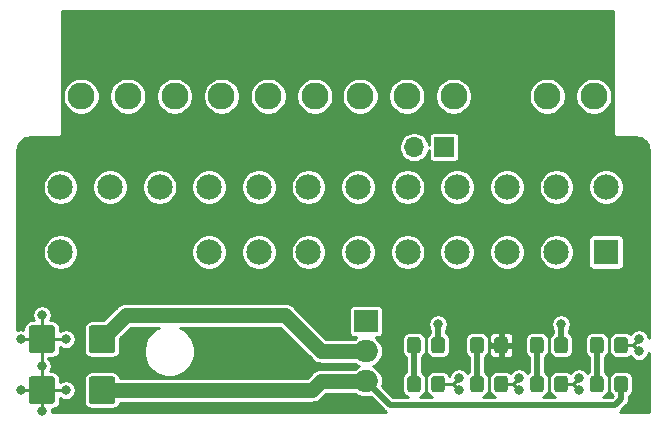
<source format=gbr>
%TF.GenerationSoftware,KiCad,Pcbnew,(5.1.6)-1*%
%TF.CreationDate,2022-02-22T09:41:32-05:00*%
%TF.ProjectId,PICO-AT,5049434f-2d41-4542-9e6b-696361645f70,rev?*%
%TF.SameCoordinates,Original*%
%TF.FileFunction,Copper,L4,Bot*%
%TF.FilePolarity,Positive*%
%FSLAX46Y46*%
G04 Gerber Fmt 4.6, Leading zero omitted, Abs format (unit mm)*
G04 Created by KiCad (PCBNEW (5.1.6)-1) date 2022-02-22 09:41:32*
%MOMM*%
%LPD*%
G01*
G04 APERTURE LIST*
%TA.AperFunction,ComponentPad*%
%ADD10C,2.280000*%
%TD*%
%TA.AperFunction,ComponentPad*%
%ADD11R,2.150000X2.150000*%
%TD*%
%TA.AperFunction,ComponentPad*%
%ADD12C,2.150000*%
%TD*%
%TA.AperFunction,ComponentPad*%
%ADD13R,2.000000X1.905000*%
%TD*%
%TA.AperFunction,ComponentPad*%
%ADD14O,2.000000X1.905000*%
%TD*%
%TA.AperFunction,ComponentPad*%
%ADD15R,1.700000X1.700000*%
%TD*%
%TA.AperFunction,ComponentPad*%
%ADD16O,1.700000X1.700000*%
%TD*%
%TA.AperFunction,ViaPad*%
%ADD17C,0.800000*%
%TD*%
%TA.AperFunction,Conductor*%
%ADD18C,1.250000*%
%TD*%
%TA.AperFunction,Conductor*%
%ADD19C,0.250000*%
%TD*%
%TA.AperFunction,Conductor*%
%ADD20C,0.500000*%
%TD*%
%TA.AperFunction,Conductor*%
%ADD21C,0.254000*%
%TD*%
G04 APERTURE END LIST*
%TO.P,C1,2*%
%TO.N,/-12V*%
%TA.AperFunction,SMDPad,CuDef*%
G36*
G01*
X128161000Y-115987001D02*
X128161000Y-114136999D01*
G75*
G02*
X128410999Y-113887000I249999J0D01*
G01*
X130161001Y-113887000D01*
G75*
G02*
X130411000Y-114136999I0J-249999D01*
G01*
X130411000Y-115987001D01*
G75*
G02*
X130161001Y-116237000I-249999J0D01*
G01*
X128410999Y-116237000D01*
G75*
G02*
X128161000Y-115987001I0J249999D01*
G01*
G37*
%TD.AperFunction*%
%TO.P,C1,1*%
%TO.N,/GND*%
%TA.AperFunction,SMDPad,CuDef*%
G36*
G01*
X123061000Y-115987001D02*
X123061000Y-114136999D01*
G75*
G02*
X123310999Y-113887000I249999J0D01*
G01*
X125061001Y-113887000D01*
G75*
G02*
X125311000Y-114136999I0J-249999D01*
G01*
X125311000Y-115987001D01*
G75*
G02*
X125061001Y-116237000I-249999J0D01*
G01*
X123310999Y-116237000D01*
G75*
G02*
X123061000Y-115987001I0J249999D01*
G01*
G37*
%TD.AperFunction*%
%TD*%
%TO.P,C2,1*%
%TO.N,/GND*%
%TA.AperFunction,SMDPad,CuDef*%
G36*
G01*
X123061000Y-120305001D02*
X123061000Y-118454999D01*
G75*
G02*
X123310999Y-118205000I249999J0D01*
G01*
X125061001Y-118205000D01*
G75*
G02*
X125311000Y-118454999I0J-249999D01*
G01*
X125311000Y-120305001D01*
G75*
G02*
X125061001Y-120555000I-249999J0D01*
G01*
X123310999Y-120555000D01*
G75*
G02*
X123061000Y-120305001I0J249999D01*
G01*
G37*
%TD.AperFunction*%
%TO.P,C2,2*%
%TO.N,/-5V*%
%TA.AperFunction,SMDPad,CuDef*%
G36*
G01*
X128161000Y-120305001D02*
X128161000Y-118454999D01*
G75*
G02*
X128410999Y-118205000I249999J0D01*
G01*
X130161001Y-118205000D01*
G75*
G02*
X130411000Y-118454999I0J-249999D01*
G01*
X130411000Y-120305001D01*
G75*
G02*
X130161001Y-120555000I-249999J0D01*
G01*
X128410999Y-120555000D01*
G75*
G02*
X128161000Y-120305001I0J249999D01*
G01*
G37*
%TD.AperFunction*%
%TD*%
%TO.P,-5V,1*%
%TO.N,/-5V*%
%TA.AperFunction,SMDPad,CuDef*%
G36*
G01*
X173803000Y-118421999D02*
X173803000Y-119322001D01*
G75*
G02*
X173553001Y-119572000I-249999J0D01*
G01*
X172902999Y-119572000D01*
G75*
G02*
X172653000Y-119322001I0J249999D01*
G01*
X172653000Y-118421999D01*
G75*
G02*
X172902999Y-118172000I249999J0D01*
G01*
X173553001Y-118172000D01*
G75*
G02*
X173803000Y-118421999I0J-249999D01*
G01*
G37*
%TD.AperFunction*%
%TO.P,-5V,2*%
%TO.N,Net-(D1-Pad2)*%
%TA.AperFunction,SMDPad,CuDef*%
G36*
G01*
X171753000Y-118421999D02*
X171753000Y-119322001D01*
G75*
G02*
X171503001Y-119572000I-249999J0D01*
G01*
X170852999Y-119572000D01*
G75*
G02*
X170603000Y-119322001I0J249999D01*
G01*
X170603000Y-118421999D01*
G75*
G02*
X170852999Y-118172000I249999J0D01*
G01*
X171503001Y-118172000D01*
G75*
G02*
X171753000Y-118421999I0J-249999D01*
G01*
G37*
%TD.AperFunction*%
%TD*%
%TO.P,5V,2*%
%TO.N,Net-(D2-Pad2)*%
%TA.AperFunction,SMDPad,CuDef*%
G36*
G01*
X166682000Y-118421999D02*
X166682000Y-119322001D01*
G75*
G02*
X166432001Y-119572000I-249999J0D01*
G01*
X165781999Y-119572000D01*
G75*
G02*
X165532000Y-119322001I0J249999D01*
G01*
X165532000Y-118421999D01*
G75*
G02*
X165781999Y-118172000I249999J0D01*
G01*
X166432001Y-118172000D01*
G75*
G02*
X166682000Y-118421999I0J-249999D01*
G01*
G37*
%TD.AperFunction*%
%TO.P,5V,1*%
%TO.N,/GND*%
%TA.AperFunction,SMDPad,CuDef*%
G36*
G01*
X168732000Y-118421999D02*
X168732000Y-119322001D01*
G75*
G02*
X168482001Y-119572000I-249999J0D01*
G01*
X167831999Y-119572000D01*
G75*
G02*
X167582000Y-119322001I0J249999D01*
G01*
X167582000Y-118421999D01*
G75*
G02*
X167831999Y-118172000I249999J0D01*
G01*
X168482001Y-118172000D01*
G75*
G02*
X168732000Y-118421999I0J-249999D01*
G01*
G37*
%TD.AperFunction*%
%TD*%
%TO.P,12V,1*%
%TO.N,/GND*%
%TA.AperFunction,SMDPad,CuDef*%
G36*
G01*
X163652000Y-118421999D02*
X163652000Y-119322001D01*
G75*
G02*
X163402001Y-119572000I-249999J0D01*
G01*
X162751999Y-119572000D01*
G75*
G02*
X162502000Y-119322001I0J249999D01*
G01*
X162502000Y-118421999D01*
G75*
G02*
X162751999Y-118172000I249999J0D01*
G01*
X163402001Y-118172000D01*
G75*
G02*
X163652000Y-118421999I0J-249999D01*
G01*
G37*
%TD.AperFunction*%
%TO.P,12V,2*%
%TO.N,Net-(D3-Pad2)*%
%TA.AperFunction,SMDPad,CuDef*%
G36*
G01*
X161602000Y-118421999D02*
X161602000Y-119322001D01*
G75*
G02*
X161352001Y-119572000I-249999J0D01*
G01*
X160701999Y-119572000D01*
G75*
G02*
X160452000Y-119322001I0J249999D01*
G01*
X160452000Y-118421999D01*
G75*
G02*
X160701999Y-118172000I249999J0D01*
G01*
X161352001Y-118172000D01*
G75*
G02*
X161602000Y-118421999I0J-249999D01*
G01*
G37*
%TD.AperFunction*%
%TD*%
%TO.P,PWR_OK,2*%
%TO.N,Net-(D4-Pad2)*%
%TA.AperFunction,SMDPad,CuDef*%
G36*
G01*
X156268000Y-118421999D02*
X156268000Y-119322001D01*
G75*
G02*
X156018001Y-119572000I-249999J0D01*
G01*
X155367999Y-119572000D01*
G75*
G02*
X155118000Y-119322001I0J249999D01*
G01*
X155118000Y-118421999D01*
G75*
G02*
X155367999Y-118172000I249999J0D01*
G01*
X156018001Y-118172000D01*
G75*
G02*
X156268000Y-118421999I0J-249999D01*
G01*
G37*
%TD.AperFunction*%
%TO.P,PWR_OK,1*%
%TO.N,/GND*%
%TA.AperFunction,SMDPad,CuDef*%
G36*
G01*
X158318000Y-118421999D02*
X158318000Y-119322001D01*
G75*
G02*
X158068001Y-119572000I-249999J0D01*
G01*
X157417999Y-119572000D01*
G75*
G02*
X157168000Y-119322001I0J249999D01*
G01*
X157168000Y-118421999D01*
G75*
G02*
X157417999Y-118172000I249999J0D01*
G01*
X158068001Y-118172000D01*
G75*
G02*
X158318000Y-118421999I0J-249999D01*
G01*
G37*
%TD.AperFunction*%
%TD*%
D10*
%TO.P,J1,1*%
%TO.N,/GND*%
X151130000Y-94488000D03*
%TO.P,J1,2*%
X155090000Y-94488000D03*
%TO.P,J1,3*%
%TO.N,/-12V*%
X159050000Y-94488000D03*
%TO.P,J1,4*%
%TO.N,/12V*%
X163010000Y-94488000D03*
%TO.P,J1,5*%
%TO.N,/5V*%
X166970000Y-94488000D03*
%TO.P,J1,6*%
%TO.N,/PG*%
X170930000Y-94488000D03*
%TD*%
%TO.P,J2,6*%
%TO.N,/GND*%
X147308000Y-94488000D03*
%TO.P,J2,5*%
X143348000Y-94488000D03*
%TO.P,J2,4*%
%TO.N,/-5V*%
X139388000Y-94488000D03*
%TO.P,J2,3*%
%TO.N,/5V*%
X135428000Y-94488000D03*
%TO.P,J2,2*%
X131468000Y-94488000D03*
%TO.P,J2,1*%
X127508000Y-94488000D03*
%TD*%
D11*
%TO.P,J3,1*%
%TO.N,/3.3V*%
X171958000Y-107696000D03*
D12*
%TO.P,J3,2*%
X167758000Y-107696000D03*
%TO.P,J3,3*%
%TO.N,/GND*%
X163558000Y-107696000D03*
%TO.P,J3,4*%
%TO.N,/5V*%
X159358000Y-107696000D03*
%TO.P,J3,5*%
%TO.N,/GND*%
X155158000Y-107696000D03*
%TO.P,J3,6*%
%TO.N,/5V*%
X150958000Y-107696000D03*
%TO.P,J3,7*%
%TO.N,/GND*%
X146758000Y-107696000D03*
%TO.P,J3,8*%
%TO.N,/PG*%
X142558000Y-107696000D03*
%TO.P,J3,9*%
%TO.N,/5VSB*%
X138358000Y-107696000D03*
%TO.P,J3,10*%
%TO.N,/12V*%
X134158000Y-107696000D03*
%TO.P,J3,11*%
X129958000Y-107696000D03*
%TO.P,J3,12*%
%TO.N,/3.3V*%
X125758000Y-107696000D03*
%TO.P,J3,13*%
X171958000Y-102196000D03*
%TO.P,J3,14*%
%TO.N,/-12V*%
X167758000Y-102196000D03*
%TO.P,J3,15*%
%TO.N,/GND*%
X163558000Y-102196000D03*
%TO.P,J3,16*%
%TO.N,/PS-ON*%
X159358000Y-102196000D03*
%TO.P,J3,17*%
%TO.N,/GND*%
X155158000Y-102196000D03*
%TO.P,J3,18*%
X150958000Y-102196000D03*
%TO.P,J3,19*%
X146758000Y-102196000D03*
%TO.P,J3,20*%
%TO.N,Net-(J3-Pad20)*%
X142558000Y-102196000D03*
%TO.P,J3,21*%
%TO.N,/5V*%
X138358000Y-102196000D03*
%TO.P,J3,22*%
X134158000Y-102196000D03*
%TO.P,J3,23*%
X129958000Y-102196000D03*
%TO.P,J3,24*%
%TO.N,/GND*%
X125758000Y-102196000D03*
%TD*%
%TO.P,R1,1*%
%TO.N,/GND*%
%TA.AperFunction,SMDPad,CuDef*%
G36*
G01*
X173803000Y-115119999D02*
X173803000Y-116020001D01*
G75*
G02*
X173553001Y-116270000I-249999J0D01*
G01*
X172902999Y-116270000D01*
G75*
G02*
X172653000Y-116020001I0J249999D01*
G01*
X172653000Y-115119999D01*
G75*
G02*
X172902999Y-114870000I249999J0D01*
G01*
X173553001Y-114870000D01*
G75*
G02*
X173803000Y-115119999I0J-249999D01*
G01*
G37*
%TD.AperFunction*%
%TO.P,R1,2*%
%TO.N,Net-(D1-Pad2)*%
%TA.AperFunction,SMDPad,CuDef*%
G36*
G01*
X171753000Y-115119999D02*
X171753000Y-116020001D01*
G75*
G02*
X171503001Y-116270000I-249999J0D01*
G01*
X170852999Y-116270000D01*
G75*
G02*
X170603000Y-116020001I0J249999D01*
G01*
X170603000Y-115119999D01*
G75*
G02*
X170852999Y-114870000I249999J0D01*
G01*
X171503001Y-114870000D01*
G75*
G02*
X171753000Y-115119999I0J-249999D01*
G01*
G37*
%TD.AperFunction*%
%TD*%
%TO.P,R2,2*%
%TO.N,Net-(D2-Pad2)*%
%TA.AperFunction,SMDPad,CuDef*%
G36*
G01*
X166673000Y-115119999D02*
X166673000Y-116020001D01*
G75*
G02*
X166423001Y-116270000I-249999J0D01*
G01*
X165772999Y-116270000D01*
G75*
G02*
X165523000Y-116020001I0J249999D01*
G01*
X165523000Y-115119999D01*
G75*
G02*
X165772999Y-114870000I249999J0D01*
G01*
X166423001Y-114870000D01*
G75*
G02*
X166673000Y-115119999I0J-249999D01*
G01*
G37*
%TD.AperFunction*%
%TO.P,R2,1*%
%TO.N,/5V*%
%TA.AperFunction,SMDPad,CuDef*%
G36*
G01*
X168723000Y-115119999D02*
X168723000Y-116020001D01*
G75*
G02*
X168473001Y-116270000I-249999J0D01*
G01*
X167822999Y-116270000D01*
G75*
G02*
X167573000Y-116020001I0J249999D01*
G01*
X167573000Y-115119999D01*
G75*
G02*
X167822999Y-114870000I249999J0D01*
G01*
X168473001Y-114870000D01*
G75*
G02*
X168723000Y-115119999I0J-249999D01*
G01*
G37*
%TD.AperFunction*%
%TD*%
%TO.P,R3,1*%
%TO.N,/12V*%
%TA.AperFunction,SMDPad,CuDef*%
G36*
G01*
X163652000Y-115119550D02*
X163652000Y-116020450D01*
G75*
G02*
X163402450Y-116270000I-249550J0D01*
G01*
X162751550Y-116270000D01*
G75*
G02*
X162502000Y-116020450I0J249550D01*
G01*
X162502000Y-115119550D01*
G75*
G02*
X162751550Y-114870000I249550J0D01*
G01*
X163402450Y-114870000D01*
G75*
G02*
X163652000Y-115119550I0J-249550D01*
G01*
G37*
%TD.AperFunction*%
%TO.P,R3,2*%
%TO.N,Net-(D3-Pad2)*%
%TA.AperFunction,SMDPad,CuDef*%
G36*
G01*
X161602000Y-115119999D02*
X161602000Y-116020001D01*
G75*
G02*
X161352001Y-116270000I-249999J0D01*
G01*
X160701999Y-116270000D01*
G75*
G02*
X160452000Y-116020001I0J249999D01*
G01*
X160452000Y-115119999D01*
G75*
G02*
X160701999Y-114870000I249999J0D01*
G01*
X161352001Y-114870000D01*
G75*
G02*
X161602000Y-115119999I0J-249999D01*
G01*
G37*
%TD.AperFunction*%
%TD*%
%TO.P,R4,2*%
%TO.N,Net-(D4-Pad2)*%
%TA.AperFunction,SMDPad,CuDef*%
G36*
G01*
X156259000Y-115119999D02*
X156259000Y-116020001D01*
G75*
G02*
X156009001Y-116270000I-249999J0D01*
G01*
X155358999Y-116270000D01*
G75*
G02*
X155109000Y-116020001I0J249999D01*
G01*
X155109000Y-115119999D01*
G75*
G02*
X155358999Y-114870000I249999J0D01*
G01*
X156009001Y-114870000D01*
G75*
G02*
X156259000Y-115119999I0J-249999D01*
G01*
G37*
%TD.AperFunction*%
%TO.P,R4,1*%
%TO.N,/PG*%
%TA.AperFunction,SMDPad,CuDef*%
G36*
G01*
X158309000Y-115119999D02*
X158309000Y-116020001D01*
G75*
G02*
X158059001Y-116270000I-249999J0D01*
G01*
X157408999Y-116270000D01*
G75*
G02*
X157159000Y-116020001I0J249999D01*
G01*
X157159000Y-115119999D01*
G75*
G02*
X157408999Y-114870000I249999J0D01*
G01*
X158059001Y-114870000D01*
G75*
G02*
X158309000Y-115119999I0J-249999D01*
G01*
G37*
%TD.AperFunction*%
%TD*%
D13*
%TO.P,U1,1*%
%TO.N,/GND*%
X151638000Y-113538000D03*
D14*
%TO.P,U1,2*%
%TO.N,/-12V*%
X151638000Y-116078000D03*
%TO.P,U1,3*%
%TO.N,/-5V*%
X151638000Y-118618000D03*
%TD*%
D15*
%TO.P,PWR,1*%
%TO.N,/PS-ON*%
X158242000Y-98806000D03*
D16*
%TO.P,PWR,2*%
%TO.N,/GND*%
X155702000Y-98806000D03*
%TD*%
D17*
%TO.N,/GND*%
X169672000Y-118364000D03*
X169672000Y-119380000D03*
X159512000Y-118364000D03*
X159512000Y-119380000D03*
X164592000Y-118364000D03*
X164592000Y-119380000D03*
X174752000Y-115062000D03*
X174752000Y-116078000D03*
X124206000Y-113030000D03*
X126238000Y-115062000D03*
X124206000Y-117348000D03*
X126238000Y-119380000D03*
X122428000Y-115062000D03*
X122428000Y-119380000D03*
X124206000Y-121158000D03*
%TO.N,/5V*%
X168148000Y-113792000D03*
%TO.N,/PG*%
X157734000Y-113792000D03*
%TD*%
D18*
%TO.N,/-12V*%
X129286000Y-115062000D02*
X131318000Y-113030000D01*
X131318000Y-113030000D02*
X144780000Y-113030000D01*
X147828000Y-116078000D02*
X151638000Y-116078000D01*
X144780000Y-113030000D02*
X147828000Y-116078000D01*
D19*
%TO.N,/GND*%
X159004000Y-118872000D02*
X159512000Y-118364000D01*
X159004000Y-118872000D02*
X159512000Y-119380000D01*
X157743000Y-118872000D02*
X159004000Y-118872000D01*
X164084000Y-118872000D02*
X164592000Y-118364000D01*
X164084000Y-118872000D02*
X164592000Y-119380000D01*
X163077000Y-118872000D02*
X164084000Y-118872000D01*
X169164000Y-118872000D02*
X169672000Y-118364000D01*
X169164000Y-118872000D02*
X169672000Y-119380000D01*
X168157000Y-118872000D02*
X169164000Y-118872000D01*
X174244000Y-115570000D02*
X174752000Y-115062000D01*
X174244000Y-115570000D02*
X174752000Y-116078000D01*
X173228000Y-115570000D02*
X174244000Y-115570000D01*
X124186000Y-115062000D02*
X126238000Y-115062000D01*
X124186000Y-113050000D02*
X124206000Y-113030000D01*
X124186000Y-115062000D02*
X124186000Y-113050000D01*
X124186000Y-115062000D02*
X122428000Y-115062000D01*
X124186000Y-117328000D02*
X124206000Y-117348000D01*
X124186000Y-115062000D02*
X124186000Y-117328000D01*
X124206000Y-119360000D02*
X124186000Y-119380000D01*
X124206000Y-117348000D02*
X124206000Y-119360000D01*
X124186000Y-119380000D02*
X126238000Y-119380000D01*
X124186000Y-121138000D02*
X124206000Y-121158000D01*
X124186000Y-119380000D02*
X124186000Y-121138000D01*
X124186000Y-119380000D02*
X122428000Y-119380000D01*
D18*
%TO.N,/-5V*%
X129286000Y-119380000D02*
X147066000Y-119380000D01*
X147828000Y-118618000D02*
X151638000Y-118618000D01*
X147066000Y-119380000D02*
X147828000Y-118618000D01*
D20*
X151638000Y-118618000D02*
X153670000Y-120650000D01*
X153670000Y-120650000D02*
X172720000Y-120650000D01*
X173228000Y-120142000D02*
X173228000Y-118872000D01*
X172720000Y-120650000D02*
X173228000Y-120142000D01*
%TO.N,Net-(D1-Pad2)*%
X171178000Y-115570000D02*
X171178000Y-118872000D01*
%TO.N,Net-(D2-Pad2)*%
X166098000Y-118863000D02*
X166107000Y-118872000D01*
X166098000Y-115570000D02*
X166098000Y-118863000D01*
%TO.N,Net-(D3-Pad2)*%
X161027000Y-115570000D02*
X161027000Y-118872000D01*
%TO.N,Net-(D4-Pad2)*%
X155684000Y-118863000D02*
X155693000Y-118872000D01*
X155684000Y-115570000D02*
X155684000Y-118863000D01*
%TO.N,/12V*%
X163068000Y-115561000D02*
X163077000Y-115570000D01*
%TO.N,/5V*%
X168148000Y-115570000D02*
X168148000Y-113792000D01*
%TO.N,/PG*%
X157734000Y-115570000D02*
X157734000Y-113792000D01*
%TD*%
D21*
%TO.N,/12V*%
G36*
X172522000Y-97513795D02*
G01*
X172519813Y-97536000D01*
X172528540Y-97624607D01*
X172554386Y-97709810D01*
X172596357Y-97788333D01*
X172642825Y-97844954D01*
X172652841Y-97857159D01*
X172721667Y-97913643D01*
X172800190Y-97955614D01*
X172885393Y-97981460D01*
X172974000Y-97990187D01*
X172996205Y-97988000D01*
X174475892Y-97988000D01*
X174705800Y-98010542D01*
X174905678Y-98070889D01*
X175090039Y-98168916D01*
X175251839Y-98300876D01*
X175384932Y-98461759D01*
X175484240Y-98645425D01*
X175545981Y-98844878D01*
X175570001Y-99073411D01*
X175570000Y-114935305D01*
X175547218Y-114820773D01*
X175484877Y-114670269D01*
X175394372Y-114534819D01*
X175279181Y-114419628D01*
X175143731Y-114329123D01*
X174993227Y-114266782D01*
X174833452Y-114235000D01*
X174670548Y-114235000D01*
X174510773Y-114266782D01*
X174360269Y-114329123D01*
X174224819Y-114419628D01*
X174109628Y-114534819D01*
X174036640Y-114644053D01*
X174033172Y-114639828D01*
X173930269Y-114555377D01*
X173812868Y-114492625D01*
X173685480Y-114453982D01*
X173553001Y-114440934D01*
X172902999Y-114440934D01*
X172770520Y-114453982D01*
X172643132Y-114492625D01*
X172525731Y-114555377D01*
X172422828Y-114639828D01*
X172338377Y-114742731D01*
X172275625Y-114860132D01*
X172236982Y-114987520D01*
X172223934Y-115119999D01*
X172223934Y-116020001D01*
X172236982Y-116152480D01*
X172275625Y-116279868D01*
X172338377Y-116397269D01*
X172422828Y-116500172D01*
X172525731Y-116584623D01*
X172643132Y-116647375D01*
X172770520Y-116686018D01*
X172902999Y-116699066D01*
X173553001Y-116699066D01*
X173685480Y-116686018D01*
X173812868Y-116647375D01*
X173930269Y-116584623D01*
X174033172Y-116500172D01*
X174036640Y-116495947D01*
X174109628Y-116605181D01*
X174224819Y-116720372D01*
X174360269Y-116810877D01*
X174510773Y-116873218D01*
X174670548Y-116905000D01*
X174833452Y-116905000D01*
X174993227Y-116873218D01*
X175143731Y-116810877D01*
X175279181Y-116720372D01*
X175394372Y-116605181D01*
X175484877Y-116469731D01*
X175547218Y-116319227D01*
X175570000Y-116204696D01*
X175570000Y-121214000D01*
X173099925Y-121214000D01*
X173201027Y-121131027D01*
X173222226Y-121105196D01*
X173683200Y-120644222D01*
X173709026Y-120623027D01*
X173793628Y-120519941D01*
X173856492Y-120402330D01*
X173895204Y-120274715D01*
X173905000Y-120175252D01*
X173905000Y-120175243D01*
X173908274Y-120142001D01*
X173905000Y-120108759D01*
X173905000Y-119900130D01*
X173930269Y-119886623D01*
X174033172Y-119802172D01*
X174117623Y-119699269D01*
X174180375Y-119581868D01*
X174219018Y-119454480D01*
X174232066Y-119322001D01*
X174232066Y-118421999D01*
X174219018Y-118289520D01*
X174180375Y-118162132D01*
X174117623Y-118044731D01*
X174033172Y-117941828D01*
X173930269Y-117857377D01*
X173812868Y-117794625D01*
X173685480Y-117755982D01*
X173553001Y-117742934D01*
X172902999Y-117742934D01*
X172770520Y-117755982D01*
X172643132Y-117794625D01*
X172525731Y-117857377D01*
X172422828Y-117941828D01*
X172338377Y-118044731D01*
X172275625Y-118162132D01*
X172236982Y-118289520D01*
X172223934Y-118421999D01*
X172223934Y-119322001D01*
X172236982Y-119454480D01*
X172275625Y-119581868D01*
X172338377Y-119699269D01*
X172422828Y-119802172D01*
X172525731Y-119886623D01*
X172525877Y-119886701D01*
X172439578Y-119973000D01*
X171684987Y-119973000D01*
X171762868Y-119949375D01*
X171880269Y-119886623D01*
X171983172Y-119802172D01*
X172067623Y-119699269D01*
X172130375Y-119581868D01*
X172169018Y-119454480D01*
X172182066Y-119322001D01*
X172182066Y-118421999D01*
X172169018Y-118289520D01*
X172130375Y-118162132D01*
X172067623Y-118044731D01*
X171983172Y-117941828D01*
X171880269Y-117857377D01*
X171855000Y-117843870D01*
X171855000Y-116598130D01*
X171880269Y-116584623D01*
X171983172Y-116500172D01*
X172067623Y-116397269D01*
X172130375Y-116279868D01*
X172169018Y-116152480D01*
X172182066Y-116020001D01*
X172182066Y-115119999D01*
X172169018Y-114987520D01*
X172130375Y-114860132D01*
X172067623Y-114742731D01*
X171983172Y-114639828D01*
X171880269Y-114555377D01*
X171762868Y-114492625D01*
X171635480Y-114453982D01*
X171503001Y-114440934D01*
X170852999Y-114440934D01*
X170720520Y-114453982D01*
X170593132Y-114492625D01*
X170475731Y-114555377D01*
X170372828Y-114639828D01*
X170288377Y-114742731D01*
X170225625Y-114860132D01*
X170186982Y-114987520D01*
X170173934Y-115119999D01*
X170173934Y-116020001D01*
X170186982Y-116152480D01*
X170225625Y-116279868D01*
X170288377Y-116397269D01*
X170372828Y-116500172D01*
X170475731Y-116584623D01*
X170501000Y-116598130D01*
X170501001Y-117843870D01*
X170475731Y-117857377D01*
X170380390Y-117935622D01*
X170314372Y-117836819D01*
X170199181Y-117721628D01*
X170063731Y-117631123D01*
X169913227Y-117568782D01*
X169753452Y-117537000D01*
X169590548Y-117537000D01*
X169430773Y-117568782D01*
X169280269Y-117631123D01*
X169144819Y-117721628D01*
X169029628Y-117836819D01*
X168960422Y-117940392D01*
X168859269Y-117857377D01*
X168741868Y-117794625D01*
X168614480Y-117755982D01*
X168482001Y-117742934D01*
X167831999Y-117742934D01*
X167699520Y-117755982D01*
X167572132Y-117794625D01*
X167454731Y-117857377D01*
X167351828Y-117941828D01*
X167267377Y-118044731D01*
X167204625Y-118162132D01*
X167165982Y-118289520D01*
X167152934Y-118421999D01*
X167152934Y-119322001D01*
X167165982Y-119454480D01*
X167204625Y-119581868D01*
X167267377Y-119699269D01*
X167351828Y-119802172D01*
X167454731Y-119886623D01*
X167572132Y-119949375D01*
X167650013Y-119973000D01*
X166613987Y-119973000D01*
X166691868Y-119949375D01*
X166809269Y-119886623D01*
X166912172Y-119802172D01*
X166996623Y-119699269D01*
X167059375Y-119581868D01*
X167098018Y-119454480D01*
X167111066Y-119322001D01*
X167111066Y-118421999D01*
X167098018Y-118289520D01*
X167059375Y-118162132D01*
X166996623Y-118044731D01*
X166912172Y-117941828D01*
X166809269Y-117857377D01*
X166775000Y-117839060D01*
X166775000Y-116598130D01*
X166800269Y-116584623D01*
X166903172Y-116500172D01*
X166987623Y-116397269D01*
X167050375Y-116279868D01*
X167089018Y-116152480D01*
X167102066Y-116020001D01*
X167102066Y-115119999D01*
X167143934Y-115119999D01*
X167143934Y-116020001D01*
X167156982Y-116152480D01*
X167195625Y-116279868D01*
X167258377Y-116397269D01*
X167342828Y-116500172D01*
X167445731Y-116584623D01*
X167563132Y-116647375D01*
X167690520Y-116686018D01*
X167822999Y-116699066D01*
X168473001Y-116699066D01*
X168605480Y-116686018D01*
X168732868Y-116647375D01*
X168850269Y-116584623D01*
X168953172Y-116500172D01*
X169037623Y-116397269D01*
X169100375Y-116279868D01*
X169139018Y-116152480D01*
X169152066Y-116020001D01*
X169152066Y-115119999D01*
X169139018Y-114987520D01*
X169100375Y-114860132D01*
X169037623Y-114742731D01*
X168953172Y-114639828D01*
X168850269Y-114555377D01*
X168825000Y-114541870D01*
X168825000Y-114267357D01*
X168880877Y-114183731D01*
X168943218Y-114033227D01*
X168975000Y-113873452D01*
X168975000Y-113710548D01*
X168943218Y-113550773D01*
X168880877Y-113400269D01*
X168790372Y-113264819D01*
X168675181Y-113149628D01*
X168539731Y-113059123D01*
X168389227Y-112996782D01*
X168229452Y-112965000D01*
X168066548Y-112965000D01*
X167906773Y-112996782D01*
X167756269Y-113059123D01*
X167620819Y-113149628D01*
X167505628Y-113264819D01*
X167415123Y-113400269D01*
X167352782Y-113550773D01*
X167321000Y-113710548D01*
X167321000Y-113873452D01*
X167352782Y-114033227D01*
X167415123Y-114183731D01*
X167471001Y-114267358D01*
X167471001Y-114541870D01*
X167445731Y-114555377D01*
X167342828Y-114639828D01*
X167258377Y-114742731D01*
X167195625Y-114860132D01*
X167156982Y-114987520D01*
X167143934Y-115119999D01*
X167102066Y-115119999D01*
X167089018Y-114987520D01*
X167050375Y-114860132D01*
X166987623Y-114742731D01*
X166903172Y-114639828D01*
X166800269Y-114555377D01*
X166682868Y-114492625D01*
X166555480Y-114453982D01*
X166423001Y-114440934D01*
X165772999Y-114440934D01*
X165640520Y-114453982D01*
X165513132Y-114492625D01*
X165395731Y-114555377D01*
X165292828Y-114639828D01*
X165208377Y-114742731D01*
X165145625Y-114860132D01*
X165106982Y-114987520D01*
X165093934Y-115119999D01*
X165093934Y-116020001D01*
X165106982Y-116152480D01*
X165145625Y-116279868D01*
X165208377Y-116397269D01*
X165292828Y-116500172D01*
X165395731Y-116584623D01*
X165421000Y-116598130D01*
X165421001Y-117848681D01*
X165404731Y-117857377D01*
X165303578Y-117940392D01*
X165234372Y-117836819D01*
X165119181Y-117721628D01*
X164983731Y-117631123D01*
X164833227Y-117568782D01*
X164673452Y-117537000D01*
X164510548Y-117537000D01*
X164350773Y-117568782D01*
X164200269Y-117631123D01*
X164064819Y-117721628D01*
X163949628Y-117836819D01*
X163880422Y-117940392D01*
X163779269Y-117857377D01*
X163661868Y-117794625D01*
X163534480Y-117755982D01*
X163402001Y-117742934D01*
X162751999Y-117742934D01*
X162619520Y-117755982D01*
X162492132Y-117794625D01*
X162374731Y-117857377D01*
X162271828Y-117941828D01*
X162187377Y-118044731D01*
X162124625Y-118162132D01*
X162085982Y-118289520D01*
X162072934Y-118421999D01*
X162072934Y-119322001D01*
X162085982Y-119454480D01*
X162124625Y-119581868D01*
X162187377Y-119699269D01*
X162271828Y-119802172D01*
X162374731Y-119886623D01*
X162492132Y-119949375D01*
X162570013Y-119973000D01*
X161533987Y-119973000D01*
X161611868Y-119949375D01*
X161729269Y-119886623D01*
X161832172Y-119802172D01*
X161916623Y-119699269D01*
X161979375Y-119581868D01*
X162018018Y-119454480D01*
X162031066Y-119322001D01*
X162031066Y-118421999D01*
X162018018Y-118289520D01*
X161979375Y-118162132D01*
X161916623Y-118044731D01*
X161832172Y-117941828D01*
X161729269Y-117857377D01*
X161704000Y-117843870D01*
X161704000Y-116598130D01*
X161729269Y-116584623D01*
X161832172Y-116500172D01*
X161916623Y-116397269D01*
X161979375Y-116279868D01*
X161982368Y-116270000D01*
X162072934Y-116270000D01*
X162081178Y-116353707D01*
X162105595Y-116434196D01*
X162145245Y-116508376D01*
X162198605Y-116573395D01*
X162263624Y-116626755D01*
X162337804Y-116666405D01*
X162418293Y-116690822D01*
X162502000Y-116699066D01*
X162847250Y-116697000D01*
X162954000Y-116590250D01*
X162954000Y-115693000D01*
X163200000Y-115693000D01*
X163200000Y-116590250D01*
X163306750Y-116697000D01*
X163652000Y-116699066D01*
X163735707Y-116690822D01*
X163816196Y-116666405D01*
X163890376Y-116626755D01*
X163955395Y-116573395D01*
X164008755Y-116508376D01*
X164048405Y-116434196D01*
X164072822Y-116353707D01*
X164081066Y-116270000D01*
X164079000Y-115799750D01*
X163972250Y-115693000D01*
X163200000Y-115693000D01*
X162954000Y-115693000D01*
X162181750Y-115693000D01*
X162075000Y-115799750D01*
X162072934Y-116270000D01*
X161982368Y-116270000D01*
X162018018Y-116152480D01*
X162031066Y-116020001D01*
X162031066Y-115119999D01*
X162018018Y-114987520D01*
X161982369Y-114870000D01*
X162072934Y-114870000D01*
X162075000Y-115340250D01*
X162181750Y-115447000D01*
X162954000Y-115447000D01*
X162954000Y-114549750D01*
X163200000Y-114549750D01*
X163200000Y-115447000D01*
X163972250Y-115447000D01*
X164079000Y-115340250D01*
X164081066Y-114870000D01*
X164072822Y-114786293D01*
X164048405Y-114705804D01*
X164008755Y-114631624D01*
X163955395Y-114566605D01*
X163890376Y-114513245D01*
X163816196Y-114473595D01*
X163735707Y-114449178D01*
X163652000Y-114440934D01*
X163306750Y-114443000D01*
X163200000Y-114549750D01*
X162954000Y-114549750D01*
X162847250Y-114443000D01*
X162502000Y-114440934D01*
X162418293Y-114449178D01*
X162337804Y-114473595D01*
X162263624Y-114513245D01*
X162198605Y-114566605D01*
X162145245Y-114631624D01*
X162105595Y-114705804D01*
X162081178Y-114786293D01*
X162072934Y-114870000D01*
X161982369Y-114870000D01*
X161979375Y-114860132D01*
X161916623Y-114742731D01*
X161832172Y-114639828D01*
X161729269Y-114555377D01*
X161611868Y-114492625D01*
X161484480Y-114453982D01*
X161352001Y-114440934D01*
X160701999Y-114440934D01*
X160569520Y-114453982D01*
X160442132Y-114492625D01*
X160324731Y-114555377D01*
X160221828Y-114639828D01*
X160137377Y-114742731D01*
X160074625Y-114860132D01*
X160035982Y-114987520D01*
X160022934Y-115119999D01*
X160022934Y-116020001D01*
X160035982Y-116152480D01*
X160074625Y-116279868D01*
X160137377Y-116397269D01*
X160221828Y-116500172D01*
X160324731Y-116584623D01*
X160350000Y-116598130D01*
X160350001Y-117843870D01*
X160324731Y-117857377D01*
X160223578Y-117940392D01*
X160154372Y-117836819D01*
X160039181Y-117721628D01*
X159903731Y-117631123D01*
X159753227Y-117568782D01*
X159593452Y-117537000D01*
X159430548Y-117537000D01*
X159270773Y-117568782D01*
X159120269Y-117631123D01*
X158984819Y-117721628D01*
X158869628Y-117836819D01*
X158779123Y-117972269D01*
X158716782Y-118122773D01*
X158703575Y-118189165D01*
X158695375Y-118162132D01*
X158632623Y-118044731D01*
X158548172Y-117941828D01*
X158445269Y-117857377D01*
X158327868Y-117794625D01*
X158200480Y-117755982D01*
X158068001Y-117742934D01*
X157417999Y-117742934D01*
X157285520Y-117755982D01*
X157158132Y-117794625D01*
X157040731Y-117857377D01*
X156937828Y-117941828D01*
X156853377Y-118044731D01*
X156790625Y-118162132D01*
X156751982Y-118289520D01*
X156738934Y-118421999D01*
X156738934Y-119322001D01*
X156751982Y-119454480D01*
X156790625Y-119581868D01*
X156853377Y-119699269D01*
X156937828Y-119802172D01*
X157040731Y-119886623D01*
X157158132Y-119949375D01*
X157236013Y-119973000D01*
X156199987Y-119973000D01*
X156277868Y-119949375D01*
X156395269Y-119886623D01*
X156498172Y-119802172D01*
X156582623Y-119699269D01*
X156645375Y-119581868D01*
X156684018Y-119454480D01*
X156697066Y-119322001D01*
X156697066Y-118421999D01*
X156684018Y-118289520D01*
X156645375Y-118162132D01*
X156582623Y-118044731D01*
X156498172Y-117941828D01*
X156395269Y-117857377D01*
X156361000Y-117839060D01*
X156361000Y-116598130D01*
X156386269Y-116584623D01*
X156489172Y-116500172D01*
X156573623Y-116397269D01*
X156636375Y-116279868D01*
X156675018Y-116152480D01*
X156688066Y-116020001D01*
X156688066Y-115119999D01*
X156729934Y-115119999D01*
X156729934Y-116020001D01*
X156742982Y-116152480D01*
X156781625Y-116279868D01*
X156844377Y-116397269D01*
X156928828Y-116500172D01*
X157031731Y-116584623D01*
X157149132Y-116647375D01*
X157276520Y-116686018D01*
X157408999Y-116699066D01*
X158059001Y-116699066D01*
X158191480Y-116686018D01*
X158318868Y-116647375D01*
X158436269Y-116584623D01*
X158539172Y-116500172D01*
X158623623Y-116397269D01*
X158686375Y-116279868D01*
X158725018Y-116152480D01*
X158738066Y-116020001D01*
X158738066Y-115119999D01*
X158725018Y-114987520D01*
X158686375Y-114860132D01*
X158623623Y-114742731D01*
X158539172Y-114639828D01*
X158436269Y-114555377D01*
X158411000Y-114541870D01*
X158411000Y-114267357D01*
X158466877Y-114183731D01*
X158529218Y-114033227D01*
X158561000Y-113873452D01*
X158561000Y-113710548D01*
X158529218Y-113550773D01*
X158466877Y-113400269D01*
X158376372Y-113264819D01*
X158261181Y-113149628D01*
X158125731Y-113059123D01*
X157975227Y-112996782D01*
X157815452Y-112965000D01*
X157652548Y-112965000D01*
X157492773Y-112996782D01*
X157342269Y-113059123D01*
X157206819Y-113149628D01*
X157091628Y-113264819D01*
X157001123Y-113400269D01*
X156938782Y-113550773D01*
X156907000Y-113710548D01*
X156907000Y-113873452D01*
X156938782Y-114033227D01*
X157001123Y-114183731D01*
X157057001Y-114267358D01*
X157057001Y-114541870D01*
X157031731Y-114555377D01*
X156928828Y-114639828D01*
X156844377Y-114742731D01*
X156781625Y-114860132D01*
X156742982Y-114987520D01*
X156729934Y-115119999D01*
X156688066Y-115119999D01*
X156675018Y-114987520D01*
X156636375Y-114860132D01*
X156573623Y-114742731D01*
X156489172Y-114639828D01*
X156386269Y-114555377D01*
X156268868Y-114492625D01*
X156141480Y-114453982D01*
X156009001Y-114440934D01*
X155358999Y-114440934D01*
X155226520Y-114453982D01*
X155099132Y-114492625D01*
X154981731Y-114555377D01*
X154878828Y-114639828D01*
X154794377Y-114742731D01*
X154731625Y-114860132D01*
X154692982Y-114987520D01*
X154679934Y-115119999D01*
X154679934Y-116020001D01*
X154692982Y-116152480D01*
X154731625Y-116279868D01*
X154794377Y-116397269D01*
X154878828Y-116500172D01*
X154981731Y-116584623D01*
X155007000Y-116598130D01*
X155007001Y-117848681D01*
X154990731Y-117857377D01*
X154887828Y-117941828D01*
X154803377Y-118044731D01*
X154740625Y-118162132D01*
X154701982Y-118289520D01*
X154688934Y-118421999D01*
X154688934Y-119322001D01*
X154701982Y-119454480D01*
X154740625Y-119581868D01*
X154803377Y-119699269D01*
X154887828Y-119802172D01*
X154990731Y-119886623D01*
X155108132Y-119949375D01*
X155186013Y-119973000D01*
X153950423Y-119973000D01*
X153003334Y-119025912D01*
X153045039Y-118888429D01*
X153071674Y-118618000D01*
X153045039Y-118347571D01*
X152966158Y-118087534D01*
X152838062Y-117847883D01*
X152665673Y-117637827D01*
X152455617Y-117465438D01*
X152235906Y-117348000D01*
X152455617Y-117230562D01*
X152665673Y-117058173D01*
X152838062Y-116848117D01*
X152966158Y-116608466D01*
X153045039Y-116348429D01*
X153071674Y-116078000D01*
X153045039Y-115807571D01*
X152966158Y-115547534D01*
X152838062Y-115307883D01*
X152665673Y-115097827D01*
X152455617Y-114925438D01*
X152444631Y-114919566D01*
X152638000Y-114919566D01*
X152721707Y-114911322D01*
X152802196Y-114886905D01*
X152876376Y-114847255D01*
X152941395Y-114793895D01*
X152994755Y-114728876D01*
X153034405Y-114654696D01*
X153058822Y-114574207D01*
X153067066Y-114490500D01*
X153067066Y-112585500D01*
X153058822Y-112501793D01*
X153034405Y-112421304D01*
X152994755Y-112347124D01*
X152941395Y-112282105D01*
X152876376Y-112228745D01*
X152802196Y-112189095D01*
X152721707Y-112164678D01*
X152638000Y-112156434D01*
X150638000Y-112156434D01*
X150554293Y-112164678D01*
X150473804Y-112189095D01*
X150399624Y-112228745D01*
X150334605Y-112282105D01*
X150281245Y-112347124D01*
X150241595Y-112421304D01*
X150217178Y-112501793D01*
X150208934Y-112585500D01*
X150208934Y-114490500D01*
X150217178Y-114574207D01*
X150241595Y-114654696D01*
X150281245Y-114728876D01*
X150334605Y-114793895D01*
X150399624Y-114847255D01*
X150473804Y-114886905D01*
X150554293Y-114911322D01*
X150638000Y-114919566D01*
X150831369Y-114919566D01*
X150820383Y-114925438D01*
X150697848Y-115026000D01*
X148263752Y-115026000D01*
X145560431Y-112322680D01*
X145527476Y-112282524D01*
X145367288Y-112151062D01*
X145184531Y-112053376D01*
X144986228Y-111993222D01*
X144831679Y-111978000D01*
X144780000Y-111972910D01*
X144728321Y-111978000D01*
X131369679Y-111978000D01*
X131318000Y-111972910D01*
X131266321Y-111978000D01*
X131111772Y-111993222D01*
X130913469Y-112053376D01*
X130730712Y-112151062D01*
X130570524Y-112282524D01*
X130537574Y-112322674D01*
X129402315Y-113457934D01*
X128410999Y-113457934D01*
X128278520Y-113470982D01*
X128151132Y-113509625D01*
X128033731Y-113572377D01*
X127930828Y-113656828D01*
X127846377Y-113759731D01*
X127783625Y-113877132D01*
X127744982Y-114004520D01*
X127731934Y-114136999D01*
X127731934Y-115987001D01*
X127744982Y-116119480D01*
X127783625Y-116246868D01*
X127846377Y-116364269D01*
X127930828Y-116467172D01*
X128033731Y-116551623D01*
X128151132Y-116614375D01*
X128278520Y-116653018D01*
X128410999Y-116666066D01*
X130161001Y-116666066D01*
X130293480Y-116653018D01*
X130420868Y-116614375D01*
X130538269Y-116551623D01*
X130641172Y-116467172D01*
X130725623Y-116364269D01*
X130788375Y-116246868D01*
X130827018Y-116119480D01*
X130840066Y-115987001D01*
X130840066Y-114995685D01*
X131753752Y-114082000D01*
X134107993Y-114082000D01*
X133946804Y-114148767D01*
X133590243Y-114387013D01*
X133287013Y-114690243D01*
X133048767Y-115046804D01*
X132884660Y-115442992D01*
X132801000Y-115863584D01*
X132801000Y-116292416D01*
X132884660Y-116713008D01*
X133048767Y-117109196D01*
X133287013Y-117465757D01*
X133590243Y-117768987D01*
X133946804Y-118007233D01*
X134342992Y-118171340D01*
X134763584Y-118255000D01*
X135192416Y-118255000D01*
X135613008Y-118171340D01*
X136009196Y-118007233D01*
X136365757Y-117768987D01*
X136668987Y-117465757D01*
X136907233Y-117109196D01*
X137071340Y-116713008D01*
X137155000Y-116292416D01*
X137155000Y-115863584D01*
X137071340Y-115442992D01*
X136907233Y-115046804D01*
X136668987Y-114690243D01*
X136365757Y-114387013D01*
X136009196Y-114148767D01*
X135848007Y-114082000D01*
X144344249Y-114082000D01*
X147047574Y-116785326D01*
X147080524Y-116825476D01*
X147214943Y-116935790D01*
X147240712Y-116956938D01*
X147423469Y-117054624D01*
X147621772Y-117114778D01*
X147828000Y-117135090D01*
X147879679Y-117130000D01*
X150697848Y-117130000D01*
X150820383Y-117230562D01*
X151040094Y-117348000D01*
X150820383Y-117465438D01*
X150697848Y-117566000D01*
X147879679Y-117566000D01*
X147828000Y-117560910D01*
X147776321Y-117566000D01*
X147621772Y-117581222D01*
X147423469Y-117641376D01*
X147240712Y-117739062D01*
X147080524Y-117870524D01*
X147047578Y-117910670D01*
X146630248Y-118328000D01*
X130827558Y-118328000D01*
X130827018Y-118322520D01*
X130788375Y-118195132D01*
X130725623Y-118077731D01*
X130641172Y-117974828D01*
X130538269Y-117890377D01*
X130420868Y-117827625D01*
X130293480Y-117788982D01*
X130161001Y-117775934D01*
X128410999Y-117775934D01*
X128278520Y-117788982D01*
X128151132Y-117827625D01*
X128033731Y-117890377D01*
X127930828Y-117974828D01*
X127846377Y-118077731D01*
X127783625Y-118195132D01*
X127744982Y-118322520D01*
X127731934Y-118454999D01*
X127731934Y-120305001D01*
X127744982Y-120437480D01*
X127783625Y-120564868D01*
X127846377Y-120682269D01*
X127930828Y-120785172D01*
X128033731Y-120869623D01*
X128151132Y-120932375D01*
X128278520Y-120971018D01*
X128410999Y-120984066D01*
X130161001Y-120984066D01*
X130293480Y-120971018D01*
X130420868Y-120932375D01*
X130538269Y-120869623D01*
X130641172Y-120785172D01*
X130725623Y-120682269D01*
X130788375Y-120564868D01*
X130827018Y-120437480D01*
X130827558Y-120432000D01*
X147014321Y-120432000D01*
X147066000Y-120437090D01*
X147117679Y-120432000D01*
X147272228Y-120416778D01*
X147470531Y-120356624D01*
X147653288Y-120258938D01*
X147813476Y-120127476D01*
X147846430Y-120087321D01*
X148263752Y-119670000D01*
X150697848Y-119670000D01*
X150820383Y-119770562D01*
X151060034Y-119898658D01*
X151320071Y-119977539D01*
X151522738Y-119997500D01*
X151753262Y-119997500D01*
X151955929Y-119977539D01*
X152020522Y-119957945D01*
X153167778Y-121105201D01*
X153188973Y-121131027D01*
X153214799Y-121152222D01*
X153214801Y-121152224D01*
X153290075Y-121214000D01*
X125033000Y-121214000D01*
X125033000Y-121076548D01*
X125014604Y-120984066D01*
X125061001Y-120984066D01*
X125193480Y-120971018D01*
X125320868Y-120932375D01*
X125438269Y-120869623D01*
X125541172Y-120785172D01*
X125625623Y-120682269D01*
X125688375Y-120564868D01*
X125727018Y-120437480D01*
X125740066Y-120305001D01*
X125740066Y-120041914D01*
X125846269Y-120112877D01*
X125996773Y-120175218D01*
X126156548Y-120207000D01*
X126319452Y-120207000D01*
X126479227Y-120175218D01*
X126629731Y-120112877D01*
X126765181Y-120022372D01*
X126880372Y-119907181D01*
X126970877Y-119771731D01*
X127033218Y-119621227D01*
X127065000Y-119461452D01*
X127065000Y-119298548D01*
X127033218Y-119138773D01*
X126970877Y-118988269D01*
X126880372Y-118852819D01*
X126765181Y-118737628D01*
X126629731Y-118647123D01*
X126479227Y-118584782D01*
X126319452Y-118553000D01*
X126156548Y-118553000D01*
X125996773Y-118584782D01*
X125846269Y-118647123D01*
X125740066Y-118718086D01*
X125740066Y-118454999D01*
X125727018Y-118322520D01*
X125688375Y-118195132D01*
X125625623Y-118077731D01*
X125541172Y-117974828D01*
X125438269Y-117890377D01*
X125320868Y-117827625D01*
X125193480Y-117788982D01*
X125061001Y-117775934D01*
X124914687Y-117775934D01*
X124938877Y-117739731D01*
X125001218Y-117589227D01*
X125033000Y-117429452D01*
X125033000Y-117266548D01*
X125001218Y-117106773D01*
X124938877Y-116956269D01*
X124848372Y-116820819D01*
X124738000Y-116710447D01*
X124738000Y-116666066D01*
X125061001Y-116666066D01*
X125193480Y-116653018D01*
X125320868Y-116614375D01*
X125438269Y-116551623D01*
X125541172Y-116467172D01*
X125625623Y-116364269D01*
X125688375Y-116246868D01*
X125727018Y-116119480D01*
X125740066Y-115987001D01*
X125740066Y-115723914D01*
X125846269Y-115794877D01*
X125996773Y-115857218D01*
X126156548Y-115889000D01*
X126319452Y-115889000D01*
X126479227Y-115857218D01*
X126629731Y-115794877D01*
X126765181Y-115704372D01*
X126880372Y-115589181D01*
X126970877Y-115453731D01*
X127033218Y-115303227D01*
X127065000Y-115143452D01*
X127065000Y-114980548D01*
X127033218Y-114820773D01*
X126970877Y-114670269D01*
X126880372Y-114534819D01*
X126765181Y-114419628D01*
X126629731Y-114329123D01*
X126479227Y-114266782D01*
X126319452Y-114235000D01*
X126156548Y-114235000D01*
X125996773Y-114266782D01*
X125846269Y-114329123D01*
X125740066Y-114400086D01*
X125740066Y-114136999D01*
X125727018Y-114004520D01*
X125688375Y-113877132D01*
X125625623Y-113759731D01*
X125541172Y-113656828D01*
X125438269Y-113572377D01*
X125320868Y-113509625D01*
X125193480Y-113470982D01*
X125061001Y-113457934D01*
X124914687Y-113457934D01*
X124938877Y-113421731D01*
X125001218Y-113271227D01*
X125033000Y-113111452D01*
X125033000Y-112948548D01*
X125001218Y-112788773D01*
X124938877Y-112638269D01*
X124848372Y-112502819D01*
X124733181Y-112387628D01*
X124597731Y-112297123D01*
X124447227Y-112234782D01*
X124287452Y-112203000D01*
X124124548Y-112203000D01*
X123964773Y-112234782D01*
X123814269Y-112297123D01*
X123678819Y-112387628D01*
X123563628Y-112502819D01*
X123473123Y-112638269D01*
X123410782Y-112788773D01*
X123379000Y-112948548D01*
X123379000Y-113111452D01*
X123410782Y-113271227D01*
X123473123Y-113421731D01*
X123497313Y-113457934D01*
X123310999Y-113457934D01*
X123178520Y-113470982D01*
X123051132Y-113509625D01*
X122933731Y-113572377D01*
X122830828Y-113656828D01*
X122746377Y-113759731D01*
X122683625Y-113877132D01*
X122644982Y-114004520D01*
X122631934Y-114136999D01*
X122631934Y-114259364D01*
X122509452Y-114235000D01*
X122346548Y-114235000D01*
X122186773Y-114266782D01*
X122118000Y-114295269D01*
X122118000Y-107548066D01*
X124256000Y-107548066D01*
X124256000Y-107843934D01*
X124313721Y-108134117D01*
X124426944Y-108407464D01*
X124591320Y-108653469D01*
X124800531Y-108862680D01*
X125046536Y-109027056D01*
X125319883Y-109140279D01*
X125610066Y-109198000D01*
X125905934Y-109198000D01*
X126196117Y-109140279D01*
X126469464Y-109027056D01*
X126715469Y-108862680D01*
X126924680Y-108653469D01*
X127089056Y-108407464D01*
X127202279Y-108134117D01*
X127260000Y-107843934D01*
X127260000Y-107548066D01*
X136856000Y-107548066D01*
X136856000Y-107843934D01*
X136913721Y-108134117D01*
X137026944Y-108407464D01*
X137191320Y-108653469D01*
X137400531Y-108862680D01*
X137646536Y-109027056D01*
X137919883Y-109140279D01*
X138210066Y-109198000D01*
X138505934Y-109198000D01*
X138796117Y-109140279D01*
X139069464Y-109027056D01*
X139315469Y-108862680D01*
X139524680Y-108653469D01*
X139689056Y-108407464D01*
X139802279Y-108134117D01*
X139860000Y-107843934D01*
X139860000Y-107548066D01*
X141056000Y-107548066D01*
X141056000Y-107843934D01*
X141113721Y-108134117D01*
X141226944Y-108407464D01*
X141391320Y-108653469D01*
X141600531Y-108862680D01*
X141846536Y-109027056D01*
X142119883Y-109140279D01*
X142410066Y-109198000D01*
X142705934Y-109198000D01*
X142996117Y-109140279D01*
X143269464Y-109027056D01*
X143515469Y-108862680D01*
X143724680Y-108653469D01*
X143889056Y-108407464D01*
X144002279Y-108134117D01*
X144060000Y-107843934D01*
X144060000Y-107548066D01*
X145256000Y-107548066D01*
X145256000Y-107843934D01*
X145313721Y-108134117D01*
X145426944Y-108407464D01*
X145591320Y-108653469D01*
X145800531Y-108862680D01*
X146046536Y-109027056D01*
X146319883Y-109140279D01*
X146610066Y-109198000D01*
X146905934Y-109198000D01*
X147196117Y-109140279D01*
X147469464Y-109027056D01*
X147715469Y-108862680D01*
X147924680Y-108653469D01*
X148089056Y-108407464D01*
X148202279Y-108134117D01*
X148260000Y-107843934D01*
X148260000Y-107548066D01*
X149456000Y-107548066D01*
X149456000Y-107843934D01*
X149513721Y-108134117D01*
X149626944Y-108407464D01*
X149791320Y-108653469D01*
X150000531Y-108862680D01*
X150246536Y-109027056D01*
X150519883Y-109140279D01*
X150810066Y-109198000D01*
X151105934Y-109198000D01*
X151396117Y-109140279D01*
X151669464Y-109027056D01*
X151915469Y-108862680D01*
X152124680Y-108653469D01*
X152289056Y-108407464D01*
X152402279Y-108134117D01*
X152460000Y-107843934D01*
X152460000Y-107548066D01*
X153656000Y-107548066D01*
X153656000Y-107843934D01*
X153713721Y-108134117D01*
X153826944Y-108407464D01*
X153991320Y-108653469D01*
X154200531Y-108862680D01*
X154446536Y-109027056D01*
X154719883Y-109140279D01*
X155010066Y-109198000D01*
X155305934Y-109198000D01*
X155596117Y-109140279D01*
X155869464Y-109027056D01*
X156115469Y-108862680D01*
X156324680Y-108653469D01*
X156489056Y-108407464D01*
X156602279Y-108134117D01*
X156660000Y-107843934D01*
X156660000Y-107548066D01*
X157856000Y-107548066D01*
X157856000Y-107843934D01*
X157913721Y-108134117D01*
X158026944Y-108407464D01*
X158191320Y-108653469D01*
X158400531Y-108862680D01*
X158646536Y-109027056D01*
X158919883Y-109140279D01*
X159210066Y-109198000D01*
X159505934Y-109198000D01*
X159796117Y-109140279D01*
X160069464Y-109027056D01*
X160315469Y-108862680D01*
X160524680Y-108653469D01*
X160689056Y-108407464D01*
X160802279Y-108134117D01*
X160860000Y-107843934D01*
X160860000Y-107548066D01*
X162056000Y-107548066D01*
X162056000Y-107843934D01*
X162113721Y-108134117D01*
X162226944Y-108407464D01*
X162391320Y-108653469D01*
X162600531Y-108862680D01*
X162846536Y-109027056D01*
X163119883Y-109140279D01*
X163410066Y-109198000D01*
X163705934Y-109198000D01*
X163996117Y-109140279D01*
X164269464Y-109027056D01*
X164515469Y-108862680D01*
X164724680Y-108653469D01*
X164889056Y-108407464D01*
X165002279Y-108134117D01*
X165060000Y-107843934D01*
X165060000Y-107548066D01*
X166256000Y-107548066D01*
X166256000Y-107843934D01*
X166313721Y-108134117D01*
X166426944Y-108407464D01*
X166591320Y-108653469D01*
X166800531Y-108862680D01*
X167046536Y-109027056D01*
X167319883Y-109140279D01*
X167610066Y-109198000D01*
X167905934Y-109198000D01*
X168196117Y-109140279D01*
X168469464Y-109027056D01*
X168715469Y-108862680D01*
X168924680Y-108653469D01*
X169089056Y-108407464D01*
X169202279Y-108134117D01*
X169260000Y-107843934D01*
X169260000Y-107548066D01*
X169202279Y-107257883D01*
X169089056Y-106984536D01*
X168924680Y-106738531D01*
X168807149Y-106621000D01*
X170453934Y-106621000D01*
X170453934Y-108771000D01*
X170462178Y-108854707D01*
X170486595Y-108935196D01*
X170526245Y-109009376D01*
X170579605Y-109074395D01*
X170644624Y-109127755D01*
X170718804Y-109167405D01*
X170799293Y-109191822D01*
X170883000Y-109200066D01*
X173033000Y-109200066D01*
X173116707Y-109191822D01*
X173197196Y-109167405D01*
X173271376Y-109127755D01*
X173336395Y-109074395D01*
X173389755Y-109009376D01*
X173429405Y-108935196D01*
X173453822Y-108854707D01*
X173462066Y-108771000D01*
X173462066Y-106621000D01*
X173453822Y-106537293D01*
X173429405Y-106456804D01*
X173389755Y-106382624D01*
X173336395Y-106317605D01*
X173271376Y-106264245D01*
X173197196Y-106224595D01*
X173116707Y-106200178D01*
X173033000Y-106191934D01*
X170883000Y-106191934D01*
X170799293Y-106200178D01*
X170718804Y-106224595D01*
X170644624Y-106264245D01*
X170579605Y-106317605D01*
X170526245Y-106382624D01*
X170486595Y-106456804D01*
X170462178Y-106537293D01*
X170453934Y-106621000D01*
X168807149Y-106621000D01*
X168715469Y-106529320D01*
X168469464Y-106364944D01*
X168196117Y-106251721D01*
X167905934Y-106194000D01*
X167610066Y-106194000D01*
X167319883Y-106251721D01*
X167046536Y-106364944D01*
X166800531Y-106529320D01*
X166591320Y-106738531D01*
X166426944Y-106984536D01*
X166313721Y-107257883D01*
X166256000Y-107548066D01*
X165060000Y-107548066D01*
X165002279Y-107257883D01*
X164889056Y-106984536D01*
X164724680Y-106738531D01*
X164515469Y-106529320D01*
X164269464Y-106364944D01*
X163996117Y-106251721D01*
X163705934Y-106194000D01*
X163410066Y-106194000D01*
X163119883Y-106251721D01*
X162846536Y-106364944D01*
X162600531Y-106529320D01*
X162391320Y-106738531D01*
X162226944Y-106984536D01*
X162113721Y-107257883D01*
X162056000Y-107548066D01*
X160860000Y-107548066D01*
X160802279Y-107257883D01*
X160689056Y-106984536D01*
X160524680Y-106738531D01*
X160315469Y-106529320D01*
X160069464Y-106364944D01*
X159796117Y-106251721D01*
X159505934Y-106194000D01*
X159210066Y-106194000D01*
X158919883Y-106251721D01*
X158646536Y-106364944D01*
X158400531Y-106529320D01*
X158191320Y-106738531D01*
X158026944Y-106984536D01*
X157913721Y-107257883D01*
X157856000Y-107548066D01*
X156660000Y-107548066D01*
X156602279Y-107257883D01*
X156489056Y-106984536D01*
X156324680Y-106738531D01*
X156115469Y-106529320D01*
X155869464Y-106364944D01*
X155596117Y-106251721D01*
X155305934Y-106194000D01*
X155010066Y-106194000D01*
X154719883Y-106251721D01*
X154446536Y-106364944D01*
X154200531Y-106529320D01*
X153991320Y-106738531D01*
X153826944Y-106984536D01*
X153713721Y-107257883D01*
X153656000Y-107548066D01*
X152460000Y-107548066D01*
X152402279Y-107257883D01*
X152289056Y-106984536D01*
X152124680Y-106738531D01*
X151915469Y-106529320D01*
X151669464Y-106364944D01*
X151396117Y-106251721D01*
X151105934Y-106194000D01*
X150810066Y-106194000D01*
X150519883Y-106251721D01*
X150246536Y-106364944D01*
X150000531Y-106529320D01*
X149791320Y-106738531D01*
X149626944Y-106984536D01*
X149513721Y-107257883D01*
X149456000Y-107548066D01*
X148260000Y-107548066D01*
X148202279Y-107257883D01*
X148089056Y-106984536D01*
X147924680Y-106738531D01*
X147715469Y-106529320D01*
X147469464Y-106364944D01*
X147196117Y-106251721D01*
X146905934Y-106194000D01*
X146610066Y-106194000D01*
X146319883Y-106251721D01*
X146046536Y-106364944D01*
X145800531Y-106529320D01*
X145591320Y-106738531D01*
X145426944Y-106984536D01*
X145313721Y-107257883D01*
X145256000Y-107548066D01*
X144060000Y-107548066D01*
X144002279Y-107257883D01*
X143889056Y-106984536D01*
X143724680Y-106738531D01*
X143515469Y-106529320D01*
X143269464Y-106364944D01*
X142996117Y-106251721D01*
X142705934Y-106194000D01*
X142410066Y-106194000D01*
X142119883Y-106251721D01*
X141846536Y-106364944D01*
X141600531Y-106529320D01*
X141391320Y-106738531D01*
X141226944Y-106984536D01*
X141113721Y-107257883D01*
X141056000Y-107548066D01*
X139860000Y-107548066D01*
X139802279Y-107257883D01*
X139689056Y-106984536D01*
X139524680Y-106738531D01*
X139315469Y-106529320D01*
X139069464Y-106364944D01*
X138796117Y-106251721D01*
X138505934Y-106194000D01*
X138210066Y-106194000D01*
X137919883Y-106251721D01*
X137646536Y-106364944D01*
X137400531Y-106529320D01*
X137191320Y-106738531D01*
X137026944Y-106984536D01*
X136913721Y-107257883D01*
X136856000Y-107548066D01*
X127260000Y-107548066D01*
X127202279Y-107257883D01*
X127089056Y-106984536D01*
X126924680Y-106738531D01*
X126715469Y-106529320D01*
X126469464Y-106364944D01*
X126196117Y-106251721D01*
X125905934Y-106194000D01*
X125610066Y-106194000D01*
X125319883Y-106251721D01*
X125046536Y-106364944D01*
X124800531Y-106529320D01*
X124591320Y-106738531D01*
X124426944Y-106984536D01*
X124313721Y-107257883D01*
X124256000Y-107548066D01*
X122118000Y-107548066D01*
X122118000Y-102048066D01*
X124256000Y-102048066D01*
X124256000Y-102343934D01*
X124313721Y-102634117D01*
X124426944Y-102907464D01*
X124591320Y-103153469D01*
X124800531Y-103362680D01*
X125046536Y-103527056D01*
X125319883Y-103640279D01*
X125610066Y-103698000D01*
X125905934Y-103698000D01*
X126196117Y-103640279D01*
X126469464Y-103527056D01*
X126715469Y-103362680D01*
X126924680Y-103153469D01*
X127089056Y-102907464D01*
X127202279Y-102634117D01*
X127260000Y-102343934D01*
X127260000Y-102048066D01*
X128456000Y-102048066D01*
X128456000Y-102343934D01*
X128513721Y-102634117D01*
X128626944Y-102907464D01*
X128791320Y-103153469D01*
X129000531Y-103362680D01*
X129246536Y-103527056D01*
X129519883Y-103640279D01*
X129810066Y-103698000D01*
X130105934Y-103698000D01*
X130396117Y-103640279D01*
X130669464Y-103527056D01*
X130915469Y-103362680D01*
X131124680Y-103153469D01*
X131289056Y-102907464D01*
X131402279Y-102634117D01*
X131460000Y-102343934D01*
X131460000Y-102048066D01*
X132656000Y-102048066D01*
X132656000Y-102343934D01*
X132713721Y-102634117D01*
X132826944Y-102907464D01*
X132991320Y-103153469D01*
X133200531Y-103362680D01*
X133446536Y-103527056D01*
X133719883Y-103640279D01*
X134010066Y-103698000D01*
X134305934Y-103698000D01*
X134596117Y-103640279D01*
X134869464Y-103527056D01*
X135115469Y-103362680D01*
X135324680Y-103153469D01*
X135489056Y-102907464D01*
X135602279Y-102634117D01*
X135660000Y-102343934D01*
X135660000Y-102048066D01*
X136856000Y-102048066D01*
X136856000Y-102343934D01*
X136913721Y-102634117D01*
X137026944Y-102907464D01*
X137191320Y-103153469D01*
X137400531Y-103362680D01*
X137646536Y-103527056D01*
X137919883Y-103640279D01*
X138210066Y-103698000D01*
X138505934Y-103698000D01*
X138796117Y-103640279D01*
X139069464Y-103527056D01*
X139315469Y-103362680D01*
X139524680Y-103153469D01*
X139689056Y-102907464D01*
X139802279Y-102634117D01*
X139860000Y-102343934D01*
X139860000Y-102048066D01*
X141056000Y-102048066D01*
X141056000Y-102343934D01*
X141113721Y-102634117D01*
X141226944Y-102907464D01*
X141391320Y-103153469D01*
X141600531Y-103362680D01*
X141846536Y-103527056D01*
X142119883Y-103640279D01*
X142410066Y-103698000D01*
X142705934Y-103698000D01*
X142996117Y-103640279D01*
X143269464Y-103527056D01*
X143515469Y-103362680D01*
X143724680Y-103153469D01*
X143889056Y-102907464D01*
X144002279Y-102634117D01*
X144060000Y-102343934D01*
X144060000Y-102048066D01*
X145256000Y-102048066D01*
X145256000Y-102343934D01*
X145313721Y-102634117D01*
X145426944Y-102907464D01*
X145591320Y-103153469D01*
X145800531Y-103362680D01*
X146046536Y-103527056D01*
X146319883Y-103640279D01*
X146610066Y-103698000D01*
X146905934Y-103698000D01*
X147196117Y-103640279D01*
X147469464Y-103527056D01*
X147715469Y-103362680D01*
X147924680Y-103153469D01*
X148089056Y-102907464D01*
X148202279Y-102634117D01*
X148260000Y-102343934D01*
X148260000Y-102048066D01*
X149456000Y-102048066D01*
X149456000Y-102343934D01*
X149513721Y-102634117D01*
X149626944Y-102907464D01*
X149791320Y-103153469D01*
X150000531Y-103362680D01*
X150246536Y-103527056D01*
X150519883Y-103640279D01*
X150810066Y-103698000D01*
X151105934Y-103698000D01*
X151396117Y-103640279D01*
X151669464Y-103527056D01*
X151915469Y-103362680D01*
X152124680Y-103153469D01*
X152289056Y-102907464D01*
X152402279Y-102634117D01*
X152460000Y-102343934D01*
X152460000Y-102048066D01*
X153656000Y-102048066D01*
X153656000Y-102343934D01*
X153713721Y-102634117D01*
X153826944Y-102907464D01*
X153991320Y-103153469D01*
X154200531Y-103362680D01*
X154446536Y-103527056D01*
X154719883Y-103640279D01*
X155010066Y-103698000D01*
X155305934Y-103698000D01*
X155596117Y-103640279D01*
X155869464Y-103527056D01*
X156115469Y-103362680D01*
X156324680Y-103153469D01*
X156489056Y-102907464D01*
X156602279Y-102634117D01*
X156660000Y-102343934D01*
X156660000Y-102048066D01*
X157856000Y-102048066D01*
X157856000Y-102343934D01*
X157913721Y-102634117D01*
X158026944Y-102907464D01*
X158191320Y-103153469D01*
X158400531Y-103362680D01*
X158646536Y-103527056D01*
X158919883Y-103640279D01*
X159210066Y-103698000D01*
X159505934Y-103698000D01*
X159796117Y-103640279D01*
X160069464Y-103527056D01*
X160315469Y-103362680D01*
X160524680Y-103153469D01*
X160689056Y-102907464D01*
X160802279Y-102634117D01*
X160860000Y-102343934D01*
X160860000Y-102048066D01*
X162056000Y-102048066D01*
X162056000Y-102343934D01*
X162113721Y-102634117D01*
X162226944Y-102907464D01*
X162391320Y-103153469D01*
X162600531Y-103362680D01*
X162846536Y-103527056D01*
X163119883Y-103640279D01*
X163410066Y-103698000D01*
X163705934Y-103698000D01*
X163996117Y-103640279D01*
X164269464Y-103527056D01*
X164515469Y-103362680D01*
X164724680Y-103153469D01*
X164889056Y-102907464D01*
X165002279Y-102634117D01*
X165060000Y-102343934D01*
X165060000Y-102048066D01*
X166256000Y-102048066D01*
X166256000Y-102343934D01*
X166313721Y-102634117D01*
X166426944Y-102907464D01*
X166591320Y-103153469D01*
X166800531Y-103362680D01*
X167046536Y-103527056D01*
X167319883Y-103640279D01*
X167610066Y-103698000D01*
X167905934Y-103698000D01*
X168196117Y-103640279D01*
X168469464Y-103527056D01*
X168715469Y-103362680D01*
X168924680Y-103153469D01*
X169089056Y-102907464D01*
X169202279Y-102634117D01*
X169260000Y-102343934D01*
X169260000Y-102048066D01*
X170456000Y-102048066D01*
X170456000Y-102343934D01*
X170513721Y-102634117D01*
X170626944Y-102907464D01*
X170791320Y-103153469D01*
X171000531Y-103362680D01*
X171246536Y-103527056D01*
X171519883Y-103640279D01*
X171810066Y-103698000D01*
X172105934Y-103698000D01*
X172396117Y-103640279D01*
X172669464Y-103527056D01*
X172915469Y-103362680D01*
X173124680Y-103153469D01*
X173289056Y-102907464D01*
X173402279Y-102634117D01*
X173460000Y-102343934D01*
X173460000Y-102048066D01*
X173402279Y-101757883D01*
X173289056Y-101484536D01*
X173124680Y-101238531D01*
X172915469Y-101029320D01*
X172669464Y-100864944D01*
X172396117Y-100751721D01*
X172105934Y-100694000D01*
X171810066Y-100694000D01*
X171519883Y-100751721D01*
X171246536Y-100864944D01*
X171000531Y-101029320D01*
X170791320Y-101238531D01*
X170626944Y-101484536D01*
X170513721Y-101757883D01*
X170456000Y-102048066D01*
X169260000Y-102048066D01*
X169202279Y-101757883D01*
X169089056Y-101484536D01*
X168924680Y-101238531D01*
X168715469Y-101029320D01*
X168469464Y-100864944D01*
X168196117Y-100751721D01*
X167905934Y-100694000D01*
X167610066Y-100694000D01*
X167319883Y-100751721D01*
X167046536Y-100864944D01*
X166800531Y-101029320D01*
X166591320Y-101238531D01*
X166426944Y-101484536D01*
X166313721Y-101757883D01*
X166256000Y-102048066D01*
X165060000Y-102048066D01*
X165002279Y-101757883D01*
X164889056Y-101484536D01*
X164724680Y-101238531D01*
X164515469Y-101029320D01*
X164269464Y-100864944D01*
X163996117Y-100751721D01*
X163705934Y-100694000D01*
X163410066Y-100694000D01*
X163119883Y-100751721D01*
X162846536Y-100864944D01*
X162600531Y-101029320D01*
X162391320Y-101238531D01*
X162226944Y-101484536D01*
X162113721Y-101757883D01*
X162056000Y-102048066D01*
X160860000Y-102048066D01*
X160802279Y-101757883D01*
X160689056Y-101484536D01*
X160524680Y-101238531D01*
X160315469Y-101029320D01*
X160069464Y-100864944D01*
X159796117Y-100751721D01*
X159505934Y-100694000D01*
X159210066Y-100694000D01*
X158919883Y-100751721D01*
X158646536Y-100864944D01*
X158400531Y-101029320D01*
X158191320Y-101238531D01*
X158026944Y-101484536D01*
X157913721Y-101757883D01*
X157856000Y-102048066D01*
X156660000Y-102048066D01*
X156602279Y-101757883D01*
X156489056Y-101484536D01*
X156324680Y-101238531D01*
X156115469Y-101029320D01*
X155869464Y-100864944D01*
X155596117Y-100751721D01*
X155305934Y-100694000D01*
X155010066Y-100694000D01*
X154719883Y-100751721D01*
X154446536Y-100864944D01*
X154200531Y-101029320D01*
X153991320Y-101238531D01*
X153826944Y-101484536D01*
X153713721Y-101757883D01*
X153656000Y-102048066D01*
X152460000Y-102048066D01*
X152402279Y-101757883D01*
X152289056Y-101484536D01*
X152124680Y-101238531D01*
X151915469Y-101029320D01*
X151669464Y-100864944D01*
X151396117Y-100751721D01*
X151105934Y-100694000D01*
X150810066Y-100694000D01*
X150519883Y-100751721D01*
X150246536Y-100864944D01*
X150000531Y-101029320D01*
X149791320Y-101238531D01*
X149626944Y-101484536D01*
X149513721Y-101757883D01*
X149456000Y-102048066D01*
X148260000Y-102048066D01*
X148202279Y-101757883D01*
X148089056Y-101484536D01*
X147924680Y-101238531D01*
X147715469Y-101029320D01*
X147469464Y-100864944D01*
X147196117Y-100751721D01*
X146905934Y-100694000D01*
X146610066Y-100694000D01*
X146319883Y-100751721D01*
X146046536Y-100864944D01*
X145800531Y-101029320D01*
X145591320Y-101238531D01*
X145426944Y-101484536D01*
X145313721Y-101757883D01*
X145256000Y-102048066D01*
X144060000Y-102048066D01*
X144002279Y-101757883D01*
X143889056Y-101484536D01*
X143724680Y-101238531D01*
X143515469Y-101029320D01*
X143269464Y-100864944D01*
X142996117Y-100751721D01*
X142705934Y-100694000D01*
X142410066Y-100694000D01*
X142119883Y-100751721D01*
X141846536Y-100864944D01*
X141600531Y-101029320D01*
X141391320Y-101238531D01*
X141226944Y-101484536D01*
X141113721Y-101757883D01*
X141056000Y-102048066D01*
X139860000Y-102048066D01*
X139802279Y-101757883D01*
X139689056Y-101484536D01*
X139524680Y-101238531D01*
X139315469Y-101029320D01*
X139069464Y-100864944D01*
X138796117Y-100751721D01*
X138505934Y-100694000D01*
X138210066Y-100694000D01*
X137919883Y-100751721D01*
X137646536Y-100864944D01*
X137400531Y-101029320D01*
X137191320Y-101238531D01*
X137026944Y-101484536D01*
X136913721Y-101757883D01*
X136856000Y-102048066D01*
X135660000Y-102048066D01*
X135602279Y-101757883D01*
X135489056Y-101484536D01*
X135324680Y-101238531D01*
X135115469Y-101029320D01*
X134869464Y-100864944D01*
X134596117Y-100751721D01*
X134305934Y-100694000D01*
X134010066Y-100694000D01*
X133719883Y-100751721D01*
X133446536Y-100864944D01*
X133200531Y-101029320D01*
X132991320Y-101238531D01*
X132826944Y-101484536D01*
X132713721Y-101757883D01*
X132656000Y-102048066D01*
X131460000Y-102048066D01*
X131402279Y-101757883D01*
X131289056Y-101484536D01*
X131124680Y-101238531D01*
X130915469Y-101029320D01*
X130669464Y-100864944D01*
X130396117Y-100751721D01*
X130105934Y-100694000D01*
X129810066Y-100694000D01*
X129519883Y-100751721D01*
X129246536Y-100864944D01*
X129000531Y-101029320D01*
X128791320Y-101238531D01*
X128626944Y-101484536D01*
X128513721Y-101757883D01*
X128456000Y-102048066D01*
X127260000Y-102048066D01*
X127202279Y-101757883D01*
X127089056Y-101484536D01*
X126924680Y-101238531D01*
X126715469Y-101029320D01*
X126469464Y-100864944D01*
X126196117Y-100751721D01*
X125905934Y-100694000D01*
X125610066Y-100694000D01*
X125319883Y-100751721D01*
X125046536Y-100864944D01*
X124800531Y-101029320D01*
X124591320Y-101238531D01*
X124426944Y-101484536D01*
X124313721Y-101757883D01*
X124256000Y-102048066D01*
X122118000Y-102048066D01*
X122118000Y-99082108D01*
X122140542Y-98852200D01*
X122192464Y-98680226D01*
X154425000Y-98680226D01*
X154425000Y-98931774D01*
X154474074Y-99178487D01*
X154570337Y-99410886D01*
X154710089Y-99620040D01*
X154887960Y-99797911D01*
X155097114Y-99937663D01*
X155329513Y-100033926D01*
X155576226Y-100083000D01*
X155827774Y-100083000D01*
X156074487Y-100033926D01*
X156306886Y-99937663D01*
X156516040Y-99797911D01*
X156693911Y-99620040D01*
X156833663Y-99410886D01*
X156929926Y-99178487D01*
X156962934Y-99012544D01*
X156962934Y-99656000D01*
X156971178Y-99739707D01*
X156995595Y-99820196D01*
X157035245Y-99894376D01*
X157088605Y-99959395D01*
X157153624Y-100012755D01*
X157227804Y-100052405D01*
X157308293Y-100076822D01*
X157392000Y-100085066D01*
X159092000Y-100085066D01*
X159175707Y-100076822D01*
X159256196Y-100052405D01*
X159330376Y-100012755D01*
X159395395Y-99959395D01*
X159448755Y-99894376D01*
X159488405Y-99820196D01*
X159512822Y-99739707D01*
X159521066Y-99656000D01*
X159521066Y-97956000D01*
X159512822Y-97872293D01*
X159488405Y-97791804D01*
X159448755Y-97717624D01*
X159395395Y-97652605D01*
X159330376Y-97599245D01*
X159256196Y-97559595D01*
X159175707Y-97535178D01*
X159092000Y-97526934D01*
X157392000Y-97526934D01*
X157308293Y-97535178D01*
X157227804Y-97559595D01*
X157153624Y-97599245D01*
X157088605Y-97652605D01*
X157035245Y-97717624D01*
X156995595Y-97791804D01*
X156971178Y-97872293D01*
X156962934Y-97956000D01*
X156962934Y-98599456D01*
X156929926Y-98433513D01*
X156833663Y-98201114D01*
X156693911Y-97991960D01*
X156516040Y-97814089D01*
X156306886Y-97674337D01*
X156074487Y-97578074D01*
X155827774Y-97529000D01*
X155576226Y-97529000D01*
X155329513Y-97578074D01*
X155097114Y-97674337D01*
X154887960Y-97814089D01*
X154710089Y-97991960D01*
X154570337Y-98201114D01*
X154474074Y-98433513D01*
X154425000Y-98680226D01*
X122192464Y-98680226D01*
X122200889Y-98652322D01*
X122298916Y-98467961D01*
X122430876Y-98306161D01*
X122591759Y-98173068D01*
X122775425Y-98073760D01*
X122974878Y-98012019D01*
X123203401Y-97988000D01*
X125453795Y-97988000D01*
X125476000Y-97990187D01*
X125498205Y-97988000D01*
X125564607Y-97981460D01*
X125649810Y-97955614D01*
X125728333Y-97913643D01*
X125797159Y-97857159D01*
X125853643Y-97788333D01*
X125895614Y-97709810D01*
X125921460Y-97624607D01*
X125930187Y-97536000D01*
X125928000Y-97513795D01*
X125928000Y-94333664D01*
X125941000Y-94333664D01*
X125941000Y-94642336D01*
X126001219Y-94945077D01*
X126119343Y-95230253D01*
X126290832Y-95486904D01*
X126509096Y-95705168D01*
X126765747Y-95876657D01*
X127050923Y-95994781D01*
X127353664Y-96055000D01*
X127662336Y-96055000D01*
X127965077Y-95994781D01*
X128250253Y-95876657D01*
X128506904Y-95705168D01*
X128725168Y-95486904D01*
X128896657Y-95230253D01*
X129014781Y-94945077D01*
X129075000Y-94642336D01*
X129075000Y-94333664D01*
X129901000Y-94333664D01*
X129901000Y-94642336D01*
X129961219Y-94945077D01*
X130079343Y-95230253D01*
X130250832Y-95486904D01*
X130469096Y-95705168D01*
X130725747Y-95876657D01*
X131010923Y-95994781D01*
X131313664Y-96055000D01*
X131622336Y-96055000D01*
X131925077Y-95994781D01*
X132210253Y-95876657D01*
X132466904Y-95705168D01*
X132685168Y-95486904D01*
X132856657Y-95230253D01*
X132974781Y-94945077D01*
X133035000Y-94642336D01*
X133035000Y-94333664D01*
X133861000Y-94333664D01*
X133861000Y-94642336D01*
X133921219Y-94945077D01*
X134039343Y-95230253D01*
X134210832Y-95486904D01*
X134429096Y-95705168D01*
X134685747Y-95876657D01*
X134970923Y-95994781D01*
X135273664Y-96055000D01*
X135582336Y-96055000D01*
X135885077Y-95994781D01*
X136170253Y-95876657D01*
X136426904Y-95705168D01*
X136645168Y-95486904D01*
X136816657Y-95230253D01*
X136934781Y-94945077D01*
X136995000Y-94642336D01*
X136995000Y-94333664D01*
X137821000Y-94333664D01*
X137821000Y-94642336D01*
X137881219Y-94945077D01*
X137999343Y-95230253D01*
X138170832Y-95486904D01*
X138389096Y-95705168D01*
X138645747Y-95876657D01*
X138930923Y-95994781D01*
X139233664Y-96055000D01*
X139542336Y-96055000D01*
X139845077Y-95994781D01*
X140130253Y-95876657D01*
X140386904Y-95705168D01*
X140605168Y-95486904D01*
X140776657Y-95230253D01*
X140894781Y-94945077D01*
X140955000Y-94642336D01*
X140955000Y-94333664D01*
X141781000Y-94333664D01*
X141781000Y-94642336D01*
X141841219Y-94945077D01*
X141959343Y-95230253D01*
X142130832Y-95486904D01*
X142349096Y-95705168D01*
X142605747Y-95876657D01*
X142890923Y-95994781D01*
X143193664Y-96055000D01*
X143502336Y-96055000D01*
X143805077Y-95994781D01*
X144090253Y-95876657D01*
X144346904Y-95705168D01*
X144565168Y-95486904D01*
X144736657Y-95230253D01*
X144854781Y-94945077D01*
X144915000Y-94642336D01*
X144915000Y-94333664D01*
X145741000Y-94333664D01*
X145741000Y-94642336D01*
X145801219Y-94945077D01*
X145919343Y-95230253D01*
X146090832Y-95486904D01*
X146309096Y-95705168D01*
X146565747Y-95876657D01*
X146850923Y-95994781D01*
X147153664Y-96055000D01*
X147462336Y-96055000D01*
X147765077Y-95994781D01*
X148050253Y-95876657D01*
X148306904Y-95705168D01*
X148525168Y-95486904D01*
X148696657Y-95230253D01*
X148814781Y-94945077D01*
X148875000Y-94642336D01*
X148875000Y-94333664D01*
X149563000Y-94333664D01*
X149563000Y-94642336D01*
X149623219Y-94945077D01*
X149741343Y-95230253D01*
X149912832Y-95486904D01*
X150131096Y-95705168D01*
X150387747Y-95876657D01*
X150672923Y-95994781D01*
X150975664Y-96055000D01*
X151284336Y-96055000D01*
X151587077Y-95994781D01*
X151872253Y-95876657D01*
X152128904Y-95705168D01*
X152347168Y-95486904D01*
X152518657Y-95230253D01*
X152636781Y-94945077D01*
X152697000Y-94642336D01*
X152697000Y-94333664D01*
X153523000Y-94333664D01*
X153523000Y-94642336D01*
X153583219Y-94945077D01*
X153701343Y-95230253D01*
X153872832Y-95486904D01*
X154091096Y-95705168D01*
X154347747Y-95876657D01*
X154632923Y-95994781D01*
X154935664Y-96055000D01*
X155244336Y-96055000D01*
X155547077Y-95994781D01*
X155832253Y-95876657D01*
X156088904Y-95705168D01*
X156307168Y-95486904D01*
X156478657Y-95230253D01*
X156596781Y-94945077D01*
X156657000Y-94642336D01*
X156657000Y-94333664D01*
X157483000Y-94333664D01*
X157483000Y-94642336D01*
X157543219Y-94945077D01*
X157661343Y-95230253D01*
X157832832Y-95486904D01*
X158051096Y-95705168D01*
X158307747Y-95876657D01*
X158592923Y-95994781D01*
X158895664Y-96055000D01*
X159204336Y-96055000D01*
X159507077Y-95994781D01*
X159792253Y-95876657D01*
X160048904Y-95705168D01*
X160267168Y-95486904D01*
X160438657Y-95230253D01*
X160556781Y-94945077D01*
X160617000Y-94642336D01*
X160617000Y-94333664D01*
X165403000Y-94333664D01*
X165403000Y-94642336D01*
X165463219Y-94945077D01*
X165581343Y-95230253D01*
X165752832Y-95486904D01*
X165971096Y-95705168D01*
X166227747Y-95876657D01*
X166512923Y-95994781D01*
X166815664Y-96055000D01*
X167124336Y-96055000D01*
X167427077Y-95994781D01*
X167712253Y-95876657D01*
X167968904Y-95705168D01*
X168187168Y-95486904D01*
X168358657Y-95230253D01*
X168476781Y-94945077D01*
X168537000Y-94642336D01*
X168537000Y-94333664D01*
X169363000Y-94333664D01*
X169363000Y-94642336D01*
X169423219Y-94945077D01*
X169541343Y-95230253D01*
X169712832Y-95486904D01*
X169931096Y-95705168D01*
X170187747Y-95876657D01*
X170472923Y-95994781D01*
X170775664Y-96055000D01*
X171084336Y-96055000D01*
X171387077Y-95994781D01*
X171672253Y-95876657D01*
X171928904Y-95705168D01*
X172147168Y-95486904D01*
X172318657Y-95230253D01*
X172436781Y-94945077D01*
X172497000Y-94642336D01*
X172497000Y-94333664D01*
X172436781Y-94030923D01*
X172318657Y-93745747D01*
X172147168Y-93489096D01*
X171928904Y-93270832D01*
X171672253Y-93099343D01*
X171387077Y-92981219D01*
X171084336Y-92921000D01*
X170775664Y-92921000D01*
X170472923Y-92981219D01*
X170187747Y-93099343D01*
X169931096Y-93270832D01*
X169712832Y-93489096D01*
X169541343Y-93745747D01*
X169423219Y-94030923D01*
X169363000Y-94333664D01*
X168537000Y-94333664D01*
X168476781Y-94030923D01*
X168358657Y-93745747D01*
X168187168Y-93489096D01*
X167968904Y-93270832D01*
X167712253Y-93099343D01*
X167427077Y-92981219D01*
X167124336Y-92921000D01*
X166815664Y-92921000D01*
X166512923Y-92981219D01*
X166227747Y-93099343D01*
X165971096Y-93270832D01*
X165752832Y-93489096D01*
X165581343Y-93745747D01*
X165463219Y-94030923D01*
X165403000Y-94333664D01*
X160617000Y-94333664D01*
X160556781Y-94030923D01*
X160438657Y-93745747D01*
X160267168Y-93489096D01*
X160048904Y-93270832D01*
X159792253Y-93099343D01*
X159507077Y-92981219D01*
X159204336Y-92921000D01*
X158895664Y-92921000D01*
X158592923Y-92981219D01*
X158307747Y-93099343D01*
X158051096Y-93270832D01*
X157832832Y-93489096D01*
X157661343Y-93745747D01*
X157543219Y-94030923D01*
X157483000Y-94333664D01*
X156657000Y-94333664D01*
X156596781Y-94030923D01*
X156478657Y-93745747D01*
X156307168Y-93489096D01*
X156088904Y-93270832D01*
X155832253Y-93099343D01*
X155547077Y-92981219D01*
X155244336Y-92921000D01*
X154935664Y-92921000D01*
X154632923Y-92981219D01*
X154347747Y-93099343D01*
X154091096Y-93270832D01*
X153872832Y-93489096D01*
X153701343Y-93745747D01*
X153583219Y-94030923D01*
X153523000Y-94333664D01*
X152697000Y-94333664D01*
X152636781Y-94030923D01*
X152518657Y-93745747D01*
X152347168Y-93489096D01*
X152128904Y-93270832D01*
X151872253Y-93099343D01*
X151587077Y-92981219D01*
X151284336Y-92921000D01*
X150975664Y-92921000D01*
X150672923Y-92981219D01*
X150387747Y-93099343D01*
X150131096Y-93270832D01*
X149912832Y-93489096D01*
X149741343Y-93745747D01*
X149623219Y-94030923D01*
X149563000Y-94333664D01*
X148875000Y-94333664D01*
X148814781Y-94030923D01*
X148696657Y-93745747D01*
X148525168Y-93489096D01*
X148306904Y-93270832D01*
X148050253Y-93099343D01*
X147765077Y-92981219D01*
X147462336Y-92921000D01*
X147153664Y-92921000D01*
X146850923Y-92981219D01*
X146565747Y-93099343D01*
X146309096Y-93270832D01*
X146090832Y-93489096D01*
X145919343Y-93745747D01*
X145801219Y-94030923D01*
X145741000Y-94333664D01*
X144915000Y-94333664D01*
X144854781Y-94030923D01*
X144736657Y-93745747D01*
X144565168Y-93489096D01*
X144346904Y-93270832D01*
X144090253Y-93099343D01*
X143805077Y-92981219D01*
X143502336Y-92921000D01*
X143193664Y-92921000D01*
X142890923Y-92981219D01*
X142605747Y-93099343D01*
X142349096Y-93270832D01*
X142130832Y-93489096D01*
X141959343Y-93745747D01*
X141841219Y-94030923D01*
X141781000Y-94333664D01*
X140955000Y-94333664D01*
X140894781Y-94030923D01*
X140776657Y-93745747D01*
X140605168Y-93489096D01*
X140386904Y-93270832D01*
X140130253Y-93099343D01*
X139845077Y-92981219D01*
X139542336Y-92921000D01*
X139233664Y-92921000D01*
X138930923Y-92981219D01*
X138645747Y-93099343D01*
X138389096Y-93270832D01*
X138170832Y-93489096D01*
X137999343Y-93745747D01*
X137881219Y-94030923D01*
X137821000Y-94333664D01*
X136995000Y-94333664D01*
X136934781Y-94030923D01*
X136816657Y-93745747D01*
X136645168Y-93489096D01*
X136426904Y-93270832D01*
X136170253Y-93099343D01*
X135885077Y-92981219D01*
X135582336Y-92921000D01*
X135273664Y-92921000D01*
X134970923Y-92981219D01*
X134685747Y-93099343D01*
X134429096Y-93270832D01*
X134210832Y-93489096D01*
X134039343Y-93745747D01*
X133921219Y-94030923D01*
X133861000Y-94333664D01*
X133035000Y-94333664D01*
X132974781Y-94030923D01*
X132856657Y-93745747D01*
X132685168Y-93489096D01*
X132466904Y-93270832D01*
X132210253Y-93099343D01*
X131925077Y-92981219D01*
X131622336Y-92921000D01*
X131313664Y-92921000D01*
X131010923Y-92981219D01*
X130725747Y-93099343D01*
X130469096Y-93270832D01*
X130250832Y-93489096D01*
X130079343Y-93745747D01*
X129961219Y-94030923D01*
X129901000Y-94333664D01*
X129075000Y-94333664D01*
X129014781Y-94030923D01*
X128896657Y-93745747D01*
X128725168Y-93489096D01*
X128506904Y-93270832D01*
X128250253Y-93099343D01*
X127965077Y-92981219D01*
X127662336Y-92921000D01*
X127353664Y-92921000D01*
X127050923Y-92981219D01*
X126765747Y-93099343D01*
X126509096Y-93270832D01*
X126290832Y-93489096D01*
X126119343Y-93745747D01*
X126001219Y-94030923D01*
X125941000Y-94333664D01*
X125928000Y-94333664D01*
X125928000Y-87320000D01*
X172522001Y-87320000D01*
X172522000Y-97513795D01*
G37*
X172522000Y-97513795D02*
X172519813Y-97536000D01*
X172528540Y-97624607D01*
X172554386Y-97709810D01*
X172596357Y-97788333D01*
X172642825Y-97844954D01*
X172652841Y-97857159D01*
X172721667Y-97913643D01*
X172800190Y-97955614D01*
X172885393Y-97981460D01*
X172974000Y-97990187D01*
X172996205Y-97988000D01*
X174475892Y-97988000D01*
X174705800Y-98010542D01*
X174905678Y-98070889D01*
X175090039Y-98168916D01*
X175251839Y-98300876D01*
X175384932Y-98461759D01*
X175484240Y-98645425D01*
X175545981Y-98844878D01*
X175570001Y-99073411D01*
X175570000Y-114935305D01*
X175547218Y-114820773D01*
X175484877Y-114670269D01*
X175394372Y-114534819D01*
X175279181Y-114419628D01*
X175143731Y-114329123D01*
X174993227Y-114266782D01*
X174833452Y-114235000D01*
X174670548Y-114235000D01*
X174510773Y-114266782D01*
X174360269Y-114329123D01*
X174224819Y-114419628D01*
X174109628Y-114534819D01*
X174036640Y-114644053D01*
X174033172Y-114639828D01*
X173930269Y-114555377D01*
X173812868Y-114492625D01*
X173685480Y-114453982D01*
X173553001Y-114440934D01*
X172902999Y-114440934D01*
X172770520Y-114453982D01*
X172643132Y-114492625D01*
X172525731Y-114555377D01*
X172422828Y-114639828D01*
X172338377Y-114742731D01*
X172275625Y-114860132D01*
X172236982Y-114987520D01*
X172223934Y-115119999D01*
X172223934Y-116020001D01*
X172236982Y-116152480D01*
X172275625Y-116279868D01*
X172338377Y-116397269D01*
X172422828Y-116500172D01*
X172525731Y-116584623D01*
X172643132Y-116647375D01*
X172770520Y-116686018D01*
X172902999Y-116699066D01*
X173553001Y-116699066D01*
X173685480Y-116686018D01*
X173812868Y-116647375D01*
X173930269Y-116584623D01*
X174033172Y-116500172D01*
X174036640Y-116495947D01*
X174109628Y-116605181D01*
X174224819Y-116720372D01*
X174360269Y-116810877D01*
X174510773Y-116873218D01*
X174670548Y-116905000D01*
X174833452Y-116905000D01*
X174993227Y-116873218D01*
X175143731Y-116810877D01*
X175279181Y-116720372D01*
X175394372Y-116605181D01*
X175484877Y-116469731D01*
X175547218Y-116319227D01*
X175570000Y-116204696D01*
X175570000Y-121214000D01*
X173099925Y-121214000D01*
X173201027Y-121131027D01*
X173222226Y-121105196D01*
X173683200Y-120644222D01*
X173709026Y-120623027D01*
X173793628Y-120519941D01*
X173856492Y-120402330D01*
X173895204Y-120274715D01*
X173905000Y-120175252D01*
X173905000Y-120175243D01*
X173908274Y-120142001D01*
X173905000Y-120108759D01*
X173905000Y-119900130D01*
X173930269Y-119886623D01*
X174033172Y-119802172D01*
X174117623Y-119699269D01*
X174180375Y-119581868D01*
X174219018Y-119454480D01*
X174232066Y-119322001D01*
X174232066Y-118421999D01*
X174219018Y-118289520D01*
X174180375Y-118162132D01*
X174117623Y-118044731D01*
X174033172Y-117941828D01*
X173930269Y-117857377D01*
X173812868Y-117794625D01*
X173685480Y-117755982D01*
X173553001Y-117742934D01*
X172902999Y-117742934D01*
X172770520Y-117755982D01*
X172643132Y-117794625D01*
X172525731Y-117857377D01*
X172422828Y-117941828D01*
X172338377Y-118044731D01*
X172275625Y-118162132D01*
X172236982Y-118289520D01*
X172223934Y-118421999D01*
X172223934Y-119322001D01*
X172236982Y-119454480D01*
X172275625Y-119581868D01*
X172338377Y-119699269D01*
X172422828Y-119802172D01*
X172525731Y-119886623D01*
X172525877Y-119886701D01*
X172439578Y-119973000D01*
X171684987Y-119973000D01*
X171762868Y-119949375D01*
X171880269Y-119886623D01*
X171983172Y-119802172D01*
X172067623Y-119699269D01*
X172130375Y-119581868D01*
X172169018Y-119454480D01*
X172182066Y-119322001D01*
X172182066Y-118421999D01*
X172169018Y-118289520D01*
X172130375Y-118162132D01*
X172067623Y-118044731D01*
X171983172Y-117941828D01*
X171880269Y-117857377D01*
X171855000Y-117843870D01*
X171855000Y-116598130D01*
X171880269Y-116584623D01*
X171983172Y-116500172D01*
X172067623Y-116397269D01*
X172130375Y-116279868D01*
X172169018Y-116152480D01*
X172182066Y-116020001D01*
X172182066Y-115119999D01*
X172169018Y-114987520D01*
X172130375Y-114860132D01*
X172067623Y-114742731D01*
X171983172Y-114639828D01*
X171880269Y-114555377D01*
X171762868Y-114492625D01*
X171635480Y-114453982D01*
X171503001Y-114440934D01*
X170852999Y-114440934D01*
X170720520Y-114453982D01*
X170593132Y-114492625D01*
X170475731Y-114555377D01*
X170372828Y-114639828D01*
X170288377Y-114742731D01*
X170225625Y-114860132D01*
X170186982Y-114987520D01*
X170173934Y-115119999D01*
X170173934Y-116020001D01*
X170186982Y-116152480D01*
X170225625Y-116279868D01*
X170288377Y-116397269D01*
X170372828Y-116500172D01*
X170475731Y-116584623D01*
X170501000Y-116598130D01*
X170501001Y-117843870D01*
X170475731Y-117857377D01*
X170380390Y-117935622D01*
X170314372Y-117836819D01*
X170199181Y-117721628D01*
X170063731Y-117631123D01*
X169913227Y-117568782D01*
X169753452Y-117537000D01*
X169590548Y-117537000D01*
X169430773Y-117568782D01*
X169280269Y-117631123D01*
X169144819Y-117721628D01*
X169029628Y-117836819D01*
X168960422Y-117940392D01*
X168859269Y-117857377D01*
X168741868Y-117794625D01*
X168614480Y-117755982D01*
X168482001Y-117742934D01*
X167831999Y-117742934D01*
X167699520Y-117755982D01*
X167572132Y-117794625D01*
X167454731Y-117857377D01*
X167351828Y-117941828D01*
X167267377Y-118044731D01*
X167204625Y-118162132D01*
X167165982Y-118289520D01*
X167152934Y-118421999D01*
X167152934Y-119322001D01*
X167165982Y-119454480D01*
X167204625Y-119581868D01*
X167267377Y-119699269D01*
X167351828Y-119802172D01*
X167454731Y-119886623D01*
X167572132Y-119949375D01*
X167650013Y-119973000D01*
X166613987Y-119973000D01*
X166691868Y-119949375D01*
X166809269Y-119886623D01*
X166912172Y-119802172D01*
X166996623Y-119699269D01*
X167059375Y-119581868D01*
X167098018Y-119454480D01*
X167111066Y-119322001D01*
X167111066Y-118421999D01*
X167098018Y-118289520D01*
X167059375Y-118162132D01*
X166996623Y-118044731D01*
X166912172Y-117941828D01*
X166809269Y-117857377D01*
X166775000Y-117839060D01*
X166775000Y-116598130D01*
X166800269Y-116584623D01*
X166903172Y-116500172D01*
X166987623Y-116397269D01*
X167050375Y-116279868D01*
X167089018Y-116152480D01*
X167102066Y-116020001D01*
X167102066Y-115119999D01*
X167143934Y-115119999D01*
X167143934Y-116020001D01*
X167156982Y-116152480D01*
X167195625Y-116279868D01*
X167258377Y-116397269D01*
X167342828Y-116500172D01*
X167445731Y-116584623D01*
X167563132Y-116647375D01*
X167690520Y-116686018D01*
X167822999Y-116699066D01*
X168473001Y-116699066D01*
X168605480Y-116686018D01*
X168732868Y-116647375D01*
X168850269Y-116584623D01*
X168953172Y-116500172D01*
X169037623Y-116397269D01*
X169100375Y-116279868D01*
X169139018Y-116152480D01*
X169152066Y-116020001D01*
X169152066Y-115119999D01*
X169139018Y-114987520D01*
X169100375Y-114860132D01*
X169037623Y-114742731D01*
X168953172Y-114639828D01*
X168850269Y-114555377D01*
X168825000Y-114541870D01*
X168825000Y-114267357D01*
X168880877Y-114183731D01*
X168943218Y-114033227D01*
X168975000Y-113873452D01*
X168975000Y-113710548D01*
X168943218Y-113550773D01*
X168880877Y-113400269D01*
X168790372Y-113264819D01*
X168675181Y-113149628D01*
X168539731Y-113059123D01*
X168389227Y-112996782D01*
X168229452Y-112965000D01*
X168066548Y-112965000D01*
X167906773Y-112996782D01*
X167756269Y-113059123D01*
X167620819Y-113149628D01*
X167505628Y-113264819D01*
X167415123Y-113400269D01*
X167352782Y-113550773D01*
X167321000Y-113710548D01*
X167321000Y-113873452D01*
X167352782Y-114033227D01*
X167415123Y-114183731D01*
X167471001Y-114267358D01*
X167471001Y-114541870D01*
X167445731Y-114555377D01*
X167342828Y-114639828D01*
X167258377Y-114742731D01*
X167195625Y-114860132D01*
X167156982Y-114987520D01*
X167143934Y-115119999D01*
X167102066Y-115119999D01*
X167089018Y-114987520D01*
X167050375Y-114860132D01*
X166987623Y-114742731D01*
X166903172Y-114639828D01*
X166800269Y-114555377D01*
X166682868Y-114492625D01*
X166555480Y-114453982D01*
X166423001Y-114440934D01*
X165772999Y-114440934D01*
X165640520Y-114453982D01*
X165513132Y-114492625D01*
X165395731Y-114555377D01*
X165292828Y-114639828D01*
X165208377Y-114742731D01*
X165145625Y-114860132D01*
X165106982Y-114987520D01*
X165093934Y-115119999D01*
X165093934Y-116020001D01*
X165106982Y-116152480D01*
X165145625Y-116279868D01*
X165208377Y-116397269D01*
X165292828Y-116500172D01*
X165395731Y-116584623D01*
X165421000Y-116598130D01*
X165421001Y-117848681D01*
X165404731Y-117857377D01*
X165303578Y-117940392D01*
X165234372Y-117836819D01*
X165119181Y-117721628D01*
X164983731Y-117631123D01*
X164833227Y-117568782D01*
X164673452Y-117537000D01*
X164510548Y-117537000D01*
X164350773Y-117568782D01*
X164200269Y-117631123D01*
X164064819Y-117721628D01*
X163949628Y-117836819D01*
X163880422Y-117940392D01*
X163779269Y-117857377D01*
X163661868Y-117794625D01*
X163534480Y-117755982D01*
X163402001Y-117742934D01*
X162751999Y-117742934D01*
X162619520Y-117755982D01*
X162492132Y-117794625D01*
X162374731Y-117857377D01*
X162271828Y-117941828D01*
X162187377Y-118044731D01*
X162124625Y-118162132D01*
X162085982Y-118289520D01*
X162072934Y-118421999D01*
X162072934Y-119322001D01*
X162085982Y-119454480D01*
X162124625Y-119581868D01*
X162187377Y-119699269D01*
X162271828Y-119802172D01*
X162374731Y-119886623D01*
X162492132Y-119949375D01*
X162570013Y-119973000D01*
X161533987Y-119973000D01*
X161611868Y-119949375D01*
X161729269Y-119886623D01*
X161832172Y-119802172D01*
X161916623Y-119699269D01*
X161979375Y-119581868D01*
X162018018Y-119454480D01*
X162031066Y-119322001D01*
X162031066Y-118421999D01*
X162018018Y-118289520D01*
X161979375Y-118162132D01*
X161916623Y-118044731D01*
X161832172Y-117941828D01*
X161729269Y-117857377D01*
X161704000Y-117843870D01*
X161704000Y-116598130D01*
X161729269Y-116584623D01*
X161832172Y-116500172D01*
X161916623Y-116397269D01*
X161979375Y-116279868D01*
X161982368Y-116270000D01*
X162072934Y-116270000D01*
X162081178Y-116353707D01*
X162105595Y-116434196D01*
X162145245Y-116508376D01*
X162198605Y-116573395D01*
X162263624Y-116626755D01*
X162337804Y-116666405D01*
X162418293Y-116690822D01*
X162502000Y-116699066D01*
X162847250Y-116697000D01*
X162954000Y-116590250D01*
X162954000Y-115693000D01*
X163200000Y-115693000D01*
X163200000Y-116590250D01*
X163306750Y-116697000D01*
X163652000Y-116699066D01*
X163735707Y-116690822D01*
X163816196Y-116666405D01*
X163890376Y-116626755D01*
X163955395Y-116573395D01*
X164008755Y-116508376D01*
X164048405Y-116434196D01*
X164072822Y-116353707D01*
X164081066Y-116270000D01*
X164079000Y-115799750D01*
X163972250Y-115693000D01*
X163200000Y-115693000D01*
X162954000Y-115693000D01*
X162181750Y-115693000D01*
X162075000Y-115799750D01*
X162072934Y-116270000D01*
X161982368Y-116270000D01*
X162018018Y-116152480D01*
X162031066Y-116020001D01*
X162031066Y-115119999D01*
X162018018Y-114987520D01*
X161982369Y-114870000D01*
X162072934Y-114870000D01*
X162075000Y-115340250D01*
X162181750Y-115447000D01*
X162954000Y-115447000D01*
X162954000Y-114549750D01*
X163200000Y-114549750D01*
X163200000Y-115447000D01*
X163972250Y-115447000D01*
X164079000Y-115340250D01*
X164081066Y-114870000D01*
X164072822Y-114786293D01*
X164048405Y-114705804D01*
X164008755Y-114631624D01*
X163955395Y-114566605D01*
X163890376Y-114513245D01*
X163816196Y-114473595D01*
X163735707Y-114449178D01*
X163652000Y-114440934D01*
X163306750Y-114443000D01*
X163200000Y-114549750D01*
X162954000Y-114549750D01*
X162847250Y-114443000D01*
X162502000Y-114440934D01*
X162418293Y-114449178D01*
X162337804Y-114473595D01*
X162263624Y-114513245D01*
X162198605Y-114566605D01*
X162145245Y-114631624D01*
X162105595Y-114705804D01*
X162081178Y-114786293D01*
X162072934Y-114870000D01*
X161982369Y-114870000D01*
X161979375Y-114860132D01*
X161916623Y-114742731D01*
X161832172Y-114639828D01*
X161729269Y-114555377D01*
X161611868Y-114492625D01*
X161484480Y-114453982D01*
X161352001Y-114440934D01*
X160701999Y-114440934D01*
X160569520Y-114453982D01*
X160442132Y-114492625D01*
X160324731Y-114555377D01*
X160221828Y-114639828D01*
X160137377Y-114742731D01*
X160074625Y-114860132D01*
X160035982Y-114987520D01*
X160022934Y-115119999D01*
X160022934Y-116020001D01*
X160035982Y-116152480D01*
X160074625Y-116279868D01*
X160137377Y-116397269D01*
X160221828Y-116500172D01*
X160324731Y-116584623D01*
X160350000Y-116598130D01*
X160350001Y-117843870D01*
X160324731Y-117857377D01*
X160223578Y-117940392D01*
X160154372Y-117836819D01*
X160039181Y-117721628D01*
X159903731Y-117631123D01*
X159753227Y-117568782D01*
X159593452Y-117537000D01*
X159430548Y-117537000D01*
X159270773Y-117568782D01*
X159120269Y-117631123D01*
X158984819Y-117721628D01*
X158869628Y-117836819D01*
X158779123Y-117972269D01*
X158716782Y-118122773D01*
X158703575Y-118189165D01*
X158695375Y-118162132D01*
X158632623Y-118044731D01*
X158548172Y-117941828D01*
X158445269Y-117857377D01*
X158327868Y-117794625D01*
X158200480Y-117755982D01*
X158068001Y-117742934D01*
X157417999Y-117742934D01*
X157285520Y-117755982D01*
X157158132Y-117794625D01*
X157040731Y-117857377D01*
X156937828Y-117941828D01*
X156853377Y-118044731D01*
X156790625Y-118162132D01*
X156751982Y-118289520D01*
X156738934Y-118421999D01*
X156738934Y-119322001D01*
X156751982Y-119454480D01*
X156790625Y-119581868D01*
X156853377Y-119699269D01*
X156937828Y-119802172D01*
X157040731Y-119886623D01*
X157158132Y-119949375D01*
X157236013Y-119973000D01*
X156199987Y-119973000D01*
X156277868Y-119949375D01*
X156395269Y-119886623D01*
X156498172Y-119802172D01*
X156582623Y-119699269D01*
X156645375Y-119581868D01*
X156684018Y-119454480D01*
X156697066Y-119322001D01*
X156697066Y-118421999D01*
X156684018Y-118289520D01*
X156645375Y-118162132D01*
X156582623Y-118044731D01*
X156498172Y-117941828D01*
X156395269Y-117857377D01*
X156361000Y-117839060D01*
X156361000Y-116598130D01*
X156386269Y-116584623D01*
X156489172Y-116500172D01*
X156573623Y-116397269D01*
X156636375Y-116279868D01*
X156675018Y-116152480D01*
X156688066Y-116020001D01*
X156688066Y-115119999D01*
X156729934Y-115119999D01*
X156729934Y-116020001D01*
X156742982Y-116152480D01*
X156781625Y-116279868D01*
X156844377Y-116397269D01*
X156928828Y-116500172D01*
X157031731Y-116584623D01*
X157149132Y-116647375D01*
X157276520Y-116686018D01*
X157408999Y-116699066D01*
X158059001Y-116699066D01*
X158191480Y-116686018D01*
X158318868Y-116647375D01*
X158436269Y-116584623D01*
X158539172Y-116500172D01*
X158623623Y-116397269D01*
X158686375Y-116279868D01*
X158725018Y-116152480D01*
X158738066Y-116020001D01*
X158738066Y-115119999D01*
X158725018Y-114987520D01*
X158686375Y-114860132D01*
X158623623Y-114742731D01*
X158539172Y-114639828D01*
X158436269Y-114555377D01*
X158411000Y-114541870D01*
X158411000Y-114267357D01*
X158466877Y-114183731D01*
X158529218Y-114033227D01*
X158561000Y-113873452D01*
X158561000Y-113710548D01*
X158529218Y-113550773D01*
X158466877Y-113400269D01*
X158376372Y-113264819D01*
X158261181Y-113149628D01*
X158125731Y-113059123D01*
X157975227Y-112996782D01*
X157815452Y-112965000D01*
X157652548Y-112965000D01*
X157492773Y-112996782D01*
X157342269Y-113059123D01*
X157206819Y-113149628D01*
X157091628Y-113264819D01*
X157001123Y-113400269D01*
X156938782Y-113550773D01*
X156907000Y-113710548D01*
X156907000Y-113873452D01*
X156938782Y-114033227D01*
X157001123Y-114183731D01*
X157057001Y-114267358D01*
X157057001Y-114541870D01*
X157031731Y-114555377D01*
X156928828Y-114639828D01*
X156844377Y-114742731D01*
X156781625Y-114860132D01*
X156742982Y-114987520D01*
X156729934Y-115119999D01*
X156688066Y-115119999D01*
X156675018Y-114987520D01*
X156636375Y-114860132D01*
X156573623Y-114742731D01*
X156489172Y-114639828D01*
X156386269Y-114555377D01*
X156268868Y-114492625D01*
X156141480Y-114453982D01*
X156009001Y-114440934D01*
X155358999Y-114440934D01*
X155226520Y-114453982D01*
X155099132Y-114492625D01*
X154981731Y-114555377D01*
X154878828Y-114639828D01*
X154794377Y-114742731D01*
X154731625Y-114860132D01*
X154692982Y-114987520D01*
X154679934Y-115119999D01*
X154679934Y-116020001D01*
X154692982Y-116152480D01*
X154731625Y-116279868D01*
X154794377Y-116397269D01*
X154878828Y-116500172D01*
X154981731Y-116584623D01*
X155007000Y-116598130D01*
X155007001Y-117848681D01*
X154990731Y-117857377D01*
X154887828Y-117941828D01*
X154803377Y-118044731D01*
X154740625Y-118162132D01*
X154701982Y-118289520D01*
X154688934Y-118421999D01*
X154688934Y-119322001D01*
X154701982Y-119454480D01*
X154740625Y-119581868D01*
X154803377Y-119699269D01*
X154887828Y-119802172D01*
X154990731Y-119886623D01*
X155108132Y-119949375D01*
X155186013Y-119973000D01*
X153950423Y-119973000D01*
X153003334Y-119025912D01*
X153045039Y-118888429D01*
X153071674Y-118618000D01*
X153045039Y-118347571D01*
X152966158Y-118087534D01*
X152838062Y-117847883D01*
X152665673Y-117637827D01*
X152455617Y-117465438D01*
X152235906Y-117348000D01*
X152455617Y-117230562D01*
X152665673Y-117058173D01*
X152838062Y-116848117D01*
X152966158Y-116608466D01*
X153045039Y-116348429D01*
X153071674Y-116078000D01*
X153045039Y-115807571D01*
X152966158Y-115547534D01*
X152838062Y-115307883D01*
X152665673Y-115097827D01*
X152455617Y-114925438D01*
X152444631Y-114919566D01*
X152638000Y-114919566D01*
X152721707Y-114911322D01*
X152802196Y-114886905D01*
X152876376Y-114847255D01*
X152941395Y-114793895D01*
X152994755Y-114728876D01*
X153034405Y-114654696D01*
X153058822Y-114574207D01*
X153067066Y-114490500D01*
X153067066Y-112585500D01*
X153058822Y-112501793D01*
X153034405Y-112421304D01*
X152994755Y-112347124D01*
X152941395Y-112282105D01*
X152876376Y-112228745D01*
X152802196Y-112189095D01*
X152721707Y-112164678D01*
X152638000Y-112156434D01*
X150638000Y-112156434D01*
X150554293Y-112164678D01*
X150473804Y-112189095D01*
X150399624Y-112228745D01*
X150334605Y-112282105D01*
X150281245Y-112347124D01*
X150241595Y-112421304D01*
X150217178Y-112501793D01*
X150208934Y-112585500D01*
X150208934Y-114490500D01*
X150217178Y-114574207D01*
X150241595Y-114654696D01*
X150281245Y-114728876D01*
X150334605Y-114793895D01*
X150399624Y-114847255D01*
X150473804Y-114886905D01*
X150554293Y-114911322D01*
X150638000Y-114919566D01*
X150831369Y-114919566D01*
X150820383Y-114925438D01*
X150697848Y-115026000D01*
X148263752Y-115026000D01*
X145560431Y-112322680D01*
X145527476Y-112282524D01*
X145367288Y-112151062D01*
X145184531Y-112053376D01*
X144986228Y-111993222D01*
X144831679Y-111978000D01*
X144780000Y-111972910D01*
X144728321Y-111978000D01*
X131369679Y-111978000D01*
X131318000Y-111972910D01*
X131266321Y-111978000D01*
X131111772Y-111993222D01*
X130913469Y-112053376D01*
X130730712Y-112151062D01*
X130570524Y-112282524D01*
X130537574Y-112322674D01*
X129402315Y-113457934D01*
X128410999Y-113457934D01*
X128278520Y-113470982D01*
X128151132Y-113509625D01*
X128033731Y-113572377D01*
X127930828Y-113656828D01*
X127846377Y-113759731D01*
X127783625Y-113877132D01*
X127744982Y-114004520D01*
X127731934Y-114136999D01*
X127731934Y-115987001D01*
X127744982Y-116119480D01*
X127783625Y-116246868D01*
X127846377Y-116364269D01*
X127930828Y-116467172D01*
X128033731Y-116551623D01*
X128151132Y-116614375D01*
X128278520Y-116653018D01*
X128410999Y-116666066D01*
X130161001Y-116666066D01*
X130293480Y-116653018D01*
X130420868Y-116614375D01*
X130538269Y-116551623D01*
X130641172Y-116467172D01*
X130725623Y-116364269D01*
X130788375Y-116246868D01*
X130827018Y-116119480D01*
X130840066Y-115987001D01*
X130840066Y-114995685D01*
X131753752Y-114082000D01*
X134107993Y-114082000D01*
X133946804Y-114148767D01*
X133590243Y-114387013D01*
X133287013Y-114690243D01*
X133048767Y-115046804D01*
X132884660Y-115442992D01*
X132801000Y-115863584D01*
X132801000Y-116292416D01*
X132884660Y-116713008D01*
X133048767Y-117109196D01*
X133287013Y-117465757D01*
X133590243Y-117768987D01*
X133946804Y-118007233D01*
X134342992Y-118171340D01*
X134763584Y-118255000D01*
X135192416Y-118255000D01*
X135613008Y-118171340D01*
X136009196Y-118007233D01*
X136365757Y-117768987D01*
X136668987Y-117465757D01*
X136907233Y-117109196D01*
X137071340Y-116713008D01*
X137155000Y-116292416D01*
X137155000Y-115863584D01*
X137071340Y-115442992D01*
X136907233Y-115046804D01*
X136668987Y-114690243D01*
X136365757Y-114387013D01*
X136009196Y-114148767D01*
X135848007Y-114082000D01*
X144344249Y-114082000D01*
X147047574Y-116785326D01*
X147080524Y-116825476D01*
X147214943Y-116935790D01*
X147240712Y-116956938D01*
X147423469Y-117054624D01*
X147621772Y-117114778D01*
X147828000Y-117135090D01*
X147879679Y-117130000D01*
X150697848Y-117130000D01*
X150820383Y-117230562D01*
X151040094Y-117348000D01*
X150820383Y-117465438D01*
X150697848Y-117566000D01*
X147879679Y-117566000D01*
X147828000Y-117560910D01*
X147776321Y-117566000D01*
X147621772Y-117581222D01*
X147423469Y-117641376D01*
X147240712Y-117739062D01*
X147080524Y-117870524D01*
X147047578Y-117910670D01*
X146630248Y-118328000D01*
X130827558Y-118328000D01*
X130827018Y-118322520D01*
X130788375Y-118195132D01*
X130725623Y-118077731D01*
X130641172Y-117974828D01*
X130538269Y-117890377D01*
X130420868Y-117827625D01*
X130293480Y-117788982D01*
X130161001Y-117775934D01*
X128410999Y-117775934D01*
X128278520Y-117788982D01*
X128151132Y-117827625D01*
X128033731Y-117890377D01*
X127930828Y-117974828D01*
X127846377Y-118077731D01*
X127783625Y-118195132D01*
X127744982Y-118322520D01*
X127731934Y-118454999D01*
X127731934Y-120305001D01*
X127744982Y-120437480D01*
X127783625Y-120564868D01*
X127846377Y-120682269D01*
X127930828Y-120785172D01*
X128033731Y-120869623D01*
X128151132Y-120932375D01*
X128278520Y-120971018D01*
X128410999Y-120984066D01*
X130161001Y-120984066D01*
X130293480Y-120971018D01*
X130420868Y-120932375D01*
X130538269Y-120869623D01*
X130641172Y-120785172D01*
X130725623Y-120682269D01*
X130788375Y-120564868D01*
X130827018Y-120437480D01*
X130827558Y-120432000D01*
X147014321Y-120432000D01*
X147066000Y-120437090D01*
X147117679Y-120432000D01*
X147272228Y-120416778D01*
X147470531Y-120356624D01*
X147653288Y-120258938D01*
X147813476Y-120127476D01*
X147846430Y-120087321D01*
X148263752Y-119670000D01*
X150697848Y-119670000D01*
X150820383Y-119770562D01*
X151060034Y-119898658D01*
X151320071Y-119977539D01*
X151522738Y-119997500D01*
X151753262Y-119997500D01*
X151955929Y-119977539D01*
X152020522Y-119957945D01*
X153167778Y-121105201D01*
X153188973Y-121131027D01*
X153214799Y-121152222D01*
X153214801Y-121152224D01*
X153290075Y-121214000D01*
X125033000Y-121214000D01*
X125033000Y-121076548D01*
X125014604Y-120984066D01*
X125061001Y-120984066D01*
X125193480Y-120971018D01*
X125320868Y-120932375D01*
X125438269Y-120869623D01*
X125541172Y-120785172D01*
X125625623Y-120682269D01*
X125688375Y-120564868D01*
X125727018Y-120437480D01*
X125740066Y-120305001D01*
X125740066Y-120041914D01*
X125846269Y-120112877D01*
X125996773Y-120175218D01*
X126156548Y-120207000D01*
X126319452Y-120207000D01*
X126479227Y-120175218D01*
X126629731Y-120112877D01*
X126765181Y-120022372D01*
X126880372Y-119907181D01*
X126970877Y-119771731D01*
X127033218Y-119621227D01*
X127065000Y-119461452D01*
X127065000Y-119298548D01*
X127033218Y-119138773D01*
X126970877Y-118988269D01*
X126880372Y-118852819D01*
X126765181Y-118737628D01*
X126629731Y-118647123D01*
X126479227Y-118584782D01*
X126319452Y-118553000D01*
X126156548Y-118553000D01*
X125996773Y-118584782D01*
X125846269Y-118647123D01*
X125740066Y-118718086D01*
X125740066Y-118454999D01*
X125727018Y-118322520D01*
X125688375Y-118195132D01*
X125625623Y-118077731D01*
X125541172Y-117974828D01*
X125438269Y-117890377D01*
X125320868Y-117827625D01*
X125193480Y-117788982D01*
X125061001Y-117775934D01*
X124914687Y-117775934D01*
X124938877Y-117739731D01*
X125001218Y-117589227D01*
X125033000Y-117429452D01*
X125033000Y-117266548D01*
X125001218Y-117106773D01*
X124938877Y-116956269D01*
X124848372Y-116820819D01*
X124738000Y-116710447D01*
X124738000Y-116666066D01*
X125061001Y-116666066D01*
X125193480Y-116653018D01*
X125320868Y-116614375D01*
X125438269Y-116551623D01*
X125541172Y-116467172D01*
X125625623Y-116364269D01*
X125688375Y-116246868D01*
X125727018Y-116119480D01*
X125740066Y-115987001D01*
X125740066Y-115723914D01*
X125846269Y-115794877D01*
X125996773Y-115857218D01*
X126156548Y-115889000D01*
X126319452Y-115889000D01*
X126479227Y-115857218D01*
X126629731Y-115794877D01*
X126765181Y-115704372D01*
X126880372Y-115589181D01*
X126970877Y-115453731D01*
X127033218Y-115303227D01*
X127065000Y-115143452D01*
X127065000Y-114980548D01*
X127033218Y-114820773D01*
X126970877Y-114670269D01*
X126880372Y-114534819D01*
X126765181Y-114419628D01*
X126629731Y-114329123D01*
X126479227Y-114266782D01*
X126319452Y-114235000D01*
X126156548Y-114235000D01*
X125996773Y-114266782D01*
X125846269Y-114329123D01*
X125740066Y-114400086D01*
X125740066Y-114136999D01*
X125727018Y-114004520D01*
X125688375Y-113877132D01*
X125625623Y-113759731D01*
X125541172Y-113656828D01*
X125438269Y-113572377D01*
X125320868Y-113509625D01*
X125193480Y-113470982D01*
X125061001Y-113457934D01*
X124914687Y-113457934D01*
X124938877Y-113421731D01*
X125001218Y-113271227D01*
X125033000Y-113111452D01*
X125033000Y-112948548D01*
X125001218Y-112788773D01*
X124938877Y-112638269D01*
X124848372Y-112502819D01*
X124733181Y-112387628D01*
X124597731Y-112297123D01*
X124447227Y-112234782D01*
X124287452Y-112203000D01*
X124124548Y-112203000D01*
X123964773Y-112234782D01*
X123814269Y-112297123D01*
X123678819Y-112387628D01*
X123563628Y-112502819D01*
X123473123Y-112638269D01*
X123410782Y-112788773D01*
X123379000Y-112948548D01*
X123379000Y-113111452D01*
X123410782Y-113271227D01*
X123473123Y-113421731D01*
X123497313Y-113457934D01*
X123310999Y-113457934D01*
X123178520Y-113470982D01*
X123051132Y-113509625D01*
X122933731Y-113572377D01*
X122830828Y-113656828D01*
X122746377Y-113759731D01*
X122683625Y-113877132D01*
X122644982Y-114004520D01*
X122631934Y-114136999D01*
X122631934Y-114259364D01*
X122509452Y-114235000D01*
X122346548Y-114235000D01*
X122186773Y-114266782D01*
X122118000Y-114295269D01*
X122118000Y-107548066D01*
X124256000Y-107548066D01*
X124256000Y-107843934D01*
X124313721Y-108134117D01*
X124426944Y-108407464D01*
X124591320Y-108653469D01*
X124800531Y-108862680D01*
X125046536Y-109027056D01*
X125319883Y-109140279D01*
X125610066Y-109198000D01*
X125905934Y-109198000D01*
X126196117Y-109140279D01*
X126469464Y-109027056D01*
X126715469Y-108862680D01*
X126924680Y-108653469D01*
X127089056Y-108407464D01*
X127202279Y-108134117D01*
X127260000Y-107843934D01*
X127260000Y-107548066D01*
X136856000Y-107548066D01*
X136856000Y-107843934D01*
X136913721Y-108134117D01*
X137026944Y-108407464D01*
X137191320Y-108653469D01*
X137400531Y-108862680D01*
X137646536Y-109027056D01*
X137919883Y-109140279D01*
X138210066Y-109198000D01*
X138505934Y-109198000D01*
X138796117Y-109140279D01*
X139069464Y-109027056D01*
X139315469Y-108862680D01*
X139524680Y-108653469D01*
X139689056Y-108407464D01*
X139802279Y-108134117D01*
X139860000Y-107843934D01*
X139860000Y-107548066D01*
X141056000Y-107548066D01*
X141056000Y-107843934D01*
X141113721Y-108134117D01*
X141226944Y-108407464D01*
X141391320Y-108653469D01*
X141600531Y-108862680D01*
X141846536Y-109027056D01*
X142119883Y-109140279D01*
X142410066Y-109198000D01*
X142705934Y-109198000D01*
X142996117Y-109140279D01*
X143269464Y-109027056D01*
X143515469Y-108862680D01*
X143724680Y-108653469D01*
X143889056Y-108407464D01*
X144002279Y-108134117D01*
X144060000Y-107843934D01*
X144060000Y-107548066D01*
X145256000Y-107548066D01*
X145256000Y-107843934D01*
X145313721Y-108134117D01*
X145426944Y-108407464D01*
X145591320Y-108653469D01*
X145800531Y-108862680D01*
X146046536Y-109027056D01*
X146319883Y-109140279D01*
X146610066Y-109198000D01*
X146905934Y-109198000D01*
X147196117Y-109140279D01*
X147469464Y-109027056D01*
X147715469Y-108862680D01*
X147924680Y-108653469D01*
X148089056Y-108407464D01*
X148202279Y-108134117D01*
X148260000Y-107843934D01*
X148260000Y-107548066D01*
X149456000Y-107548066D01*
X149456000Y-107843934D01*
X149513721Y-108134117D01*
X149626944Y-108407464D01*
X149791320Y-108653469D01*
X150000531Y-108862680D01*
X150246536Y-109027056D01*
X150519883Y-109140279D01*
X150810066Y-109198000D01*
X151105934Y-109198000D01*
X151396117Y-109140279D01*
X151669464Y-109027056D01*
X151915469Y-108862680D01*
X152124680Y-108653469D01*
X152289056Y-108407464D01*
X152402279Y-108134117D01*
X152460000Y-107843934D01*
X152460000Y-107548066D01*
X153656000Y-107548066D01*
X153656000Y-107843934D01*
X153713721Y-108134117D01*
X153826944Y-108407464D01*
X153991320Y-108653469D01*
X154200531Y-108862680D01*
X154446536Y-109027056D01*
X154719883Y-109140279D01*
X155010066Y-109198000D01*
X155305934Y-109198000D01*
X155596117Y-109140279D01*
X155869464Y-109027056D01*
X156115469Y-108862680D01*
X156324680Y-108653469D01*
X156489056Y-108407464D01*
X156602279Y-108134117D01*
X156660000Y-107843934D01*
X156660000Y-107548066D01*
X157856000Y-107548066D01*
X157856000Y-107843934D01*
X157913721Y-108134117D01*
X158026944Y-108407464D01*
X158191320Y-108653469D01*
X158400531Y-108862680D01*
X158646536Y-109027056D01*
X158919883Y-109140279D01*
X159210066Y-109198000D01*
X159505934Y-109198000D01*
X159796117Y-109140279D01*
X160069464Y-109027056D01*
X160315469Y-108862680D01*
X160524680Y-108653469D01*
X160689056Y-108407464D01*
X160802279Y-108134117D01*
X160860000Y-107843934D01*
X160860000Y-107548066D01*
X162056000Y-107548066D01*
X162056000Y-107843934D01*
X162113721Y-108134117D01*
X162226944Y-108407464D01*
X162391320Y-108653469D01*
X162600531Y-108862680D01*
X162846536Y-109027056D01*
X163119883Y-109140279D01*
X163410066Y-109198000D01*
X163705934Y-109198000D01*
X163996117Y-109140279D01*
X164269464Y-109027056D01*
X164515469Y-108862680D01*
X164724680Y-108653469D01*
X164889056Y-108407464D01*
X165002279Y-108134117D01*
X165060000Y-107843934D01*
X165060000Y-107548066D01*
X166256000Y-107548066D01*
X166256000Y-107843934D01*
X166313721Y-108134117D01*
X166426944Y-108407464D01*
X166591320Y-108653469D01*
X166800531Y-108862680D01*
X167046536Y-109027056D01*
X167319883Y-109140279D01*
X167610066Y-109198000D01*
X167905934Y-109198000D01*
X168196117Y-109140279D01*
X168469464Y-109027056D01*
X168715469Y-108862680D01*
X168924680Y-108653469D01*
X169089056Y-108407464D01*
X169202279Y-108134117D01*
X169260000Y-107843934D01*
X169260000Y-107548066D01*
X169202279Y-107257883D01*
X169089056Y-106984536D01*
X168924680Y-106738531D01*
X168807149Y-106621000D01*
X170453934Y-106621000D01*
X170453934Y-108771000D01*
X170462178Y-108854707D01*
X170486595Y-108935196D01*
X170526245Y-109009376D01*
X170579605Y-109074395D01*
X170644624Y-109127755D01*
X170718804Y-109167405D01*
X170799293Y-109191822D01*
X170883000Y-109200066D01*
X173033000Y-109200066D01*
X173116707Y-109191822D01*
X173197196Y-109167405D01*
X173271376Y-109127755D01*
X173336395Y-109074395D01*
X173389755Y-109009376D01*
X173429405Y-108935196D01*
X173453822Y-108854707D01*
X173462066Y-108771000D01*
X173462066Y-106621000D01*
X173453822Y-106537293D01*
X173429405Y-106456804D01*
X173389755Y-106382624D01*
X173336395Y-106317605D01*
X173271376Y-106264245D01*
X173197196Y-106224595D01*
X173116707Y-106200178D01*
X173033000Y-106191934D01*
X170883000Y-106191934D01*
X170799293Y-106200178D01*
X170718804Y-106224595D01*
X170644624Y-106264245D01*
X170579605Y-106317605D01*
X170526245Y-106382624D01*
X170486595Y-106456804D01*
X170462178Y-106537293D01*
X170453934Y-106621000D01*
X168807149Y-106621000D01*
X168715469Y-106529320D01*
X168469464Y-106364944D01*
X168196117Y-106251721D01*
X167905934Y-106194000D01*
X167610066Y-106194000D01*
X167319883Y-106251721D01*
X167046536Y-106364944D01*
X166800531Y-106529320D01*
X166591320Y-106738531D01*
X166426944Y-106984536D01*
X166313721Y-107257883D01*
X166256000Y-107548066D01*
X165060000Y-107548066D01*
X165002279Y-107257883D01*
X164889056Y-106984536D01*
X164724680Y-106738531D01*
X164515469Y-106529320D01*
X164269464Y-106364944D01*
X163996117Y-106251721D01*
X163705934Y-106194000D01*
X163410066Y-106194000D01*
X163119883Y-106251721D01*
X162846536Y-106364944D01*
X162600531Y-106529320D01*
X162391320Y-106738531D01*
X162226944Y-106984536D01*
X162113721Y-107257883D01*
X162056000Y-107548066D01*
X160860000Y-107548066D01*
X160802279Y-107257883D01*
X160689056Y-106984536D01*
X160524680Y-106738531D01*
X160315469Y-106529320D01*
X160069464Y-106364944D01*
X159796117Y-106251721D01*
X159505934Y-106194000D01*
X159210066Y-106194000D01*
X158919883Y-106251721D01*
X158646536Y-106364944D01*
X158400531Y-106529320D01*
X158191320Y-106738531D01*
X158026944Y-106984536D01*
X157913721Y-107257883D01*
X157856000Y-107548066D01*
X156660000Y-107548066D01*
X156602279Y-107257883D01*
X156489056Y-106984536D01*
X156324680Y-106738531D01*
X156115469Y-106529320D01*
X155869464Y-106364944D01*
X155596117Y-106251721D01*
X155305934Y-106194000D01*
X155010066Y-106194000D01*
X154719883Y-106251721D01*
X154446536Y-106364944D01*
X154200531Y-106529320D01*
X153991320Y-106738531D01*
X153826944Y-106984536D01*
X153713721Y-107257883D01*
X153656000Y-107548066D01*
X152460000Y-107548066D01*
X152402279Y-107257883D01*
X152289056Y-106984536D01*
X152124680Y-106738531D01*
X151915469Y-106529320D01*
X151669464Y-106364944D01*
X151396117Y-106251721D01*
X151105934Y-106194000D01*
X150810066Y-106194000D01*
X150519883Y-106251721D01*
X150246536Y-106364944D01*
X150000531Y-106529320D01*
X149791320Y-106738531D01*
X149626944Y-106984536D01*
X149513721Y-107257883D01*
X149456000Y-107548066D01*
X148260000Y-107548066D01*
X148202279Y-107257883D01*
X148089056Y-106984536D01*
X147924680Y-106738531D01*
X147715469Y-106529320D01*
X147469464Y-106364944D01*
X147196117Y-106251721D01*
X146905934Y-106194000D01*
X146610066Y-106194000D01*
X146319883Y-106251721D01*
X146046536Y-106364944D01*
X145800531Y-106529320D01*
X145591320Y-106738531D01*
X145426944Y-106984536D01*
X145313721Y-107257883D01*
X145256000Y-107548066D01*
X144060000Y-107548066D01*
X144002279Y-107257883D01*
X143889056Y-106984536D01*
X143724680Y-106738531D01*
X143515469Y-106529320D01*
X143269464Y-106364944D01*
X142996117Y-106251721D01*
X142705934Y-106194000D01*
X142410066Y-106194000D01*
X142119883Y-106251721D01*
X141846536Y-106364944D01*
X141600531Y-106529320D01*
X141391320Y-106738531D01*
X141226944Y-106984536D01*
X141113721Y-107257883D01*
X141056000Y-107548066D01*
X139860000Y-107548066D01*
X139802279Y-107257883D01*
X139689056Y-106984536D01*
X139524680Y-106738531D01*
X139315469Y-106529320D01*
X139069464Y-106364944D01*
X138796117Y-106251721D01*
X138505934Y-106194000D01*
X138210066Y-106194000D01*
X137919883Y-106251721D01*
X137646536Y-106364944D01*
X137400531Y-106529320D01*
X137191320Y-106738531D01*
X137026944Y-106984536D01*
X136913721Y-107257883D01*
X136856000Y-107548066D01*
X127260000Y-107548066D01*
X127202279Y-107257883D01*
X127089056Y-106984536D01*
X126924680Y-106738531D01*
X126715469Y-106529320D01*
X126469464Y-106364944D01*
X126196117Y-106251721D01*
X125905934Y-106194000D01*
X125610066Y-106194000D01*
X125319883Y-106251721D01*
X125046536Y-106364944D01*
X124800531Y-106529320D01*
X124591320Y-106738531D01*
X124426944Y-106984536D01*
X124313721Y-107257883D01*
X124256000Y-107548066D01*
X122118000Y-107548066D01*
X122118000Y-102048066D01*
X124256000Y-102048066D01*
X124256000Y-102343934D01*
X124313721Y-102634117D01*
X124426944Y-102907464D01*
X124591320Y-103153469D01*
X124800531Y-103362680D01*
X125046536Y-103527056D01*
X125319883Y-103640279D01*
X125610066Y-103698000D01*
X125905934Y-103698000D01*
X126196117Y-103640279D01*
X126469464Y-103527056D01*
X126715469Y-103362680D01*
X126924680Y-103153469D01*
X127089056Y-102907464D01*
X127202279Y-102634117D01*
X127260000Y-102343934D01*
X127260000Y-102048066D01*
X128456000Y-102048066D01*
X128456000Y-102343934D01*
X128513721Y-102634117D01*
X128626944Y-102907464D01*
X128791320Y-103153469D01*
X129000531Y-103362680D01*
X129246536Y-103527056D01*
X129519883Y-103640279D01*
X129810066Y-103698000D01*
X130105934Y-103698000D01*
X130396117Y-103640279D01*
X130669464Y-103527056D01*
X130915469Y-103362680D01*
X131124680Y-103153469D01*
X131289056Y-102907464D01*
X131402279Y-102634117D01*
X131460000Y-102343934D01*
X131460000Y-102048066D01*
X132656000Y-102048066D01*
X132656000Y-102343934D01*
X132713721Y-102634117D01*
X132826944Y-102907464D01*
X132991320Y-103153469D01*
X133200531Y-103362680D01*
X133446536Y-103527056D01*
X133719883Y-103640279D01*
X134010066Y-103698000D01*
X134305934Y-103698000D01*
X134596117Y-103640279D01*
X134869464Y-103527056D01*
X135115469Y-103362680D01*
X135324680Y-103153469D01*
X135489056Y-102907464D01*
X135602279Y-102634117D01*
X135660000Y-102343934D01*
X135660000Y-102048066D01*
X136856000Y-102048066D01*
X136856000Y-102343934D01*
X136913721Y-102634117D01*
X137026944Y-102907464D01*
X137191320Y-103153469D01*
X137400531Y-103362680D01*
X137646536Y-103527056D01*
X137919883Y-103640279D01*
X138210066Y-103698000D01*
X138505934Y-103698000D01*
X138796117Y-103640279D01*
X139069464Y-103527056D01*
X139315469Y-103362680D01*
X139524680Y-103153469D01*
X139689056Y-102907464D01*
X139802279Y-102634117D01*
X139860000Y-102343934D01*
X139860000Y-102048066D01*
X141056000Y-102048066D01*
X141056000Y-102343934D01*
X141113721Y-102634117D01*
X141226944Y-102907464D01*
X141391320Y-103153469D01*
X141600531Y-103362680D01*
X141846536Y-103527056D01*
X142119883Y-103640279D01*
X142410066Y-103698000D01*
X142705934Y-103698000D01*
X142996117Y-103640279D01*
X143269464Y-103527056D01*
X143515469Y-103362680D01*
X143724680Y-103153469D01*
X143889056Y-102907464D01*
X144002279Y-102634117D01*
X144060000Y-102343934D01*
X144060000Y-102048066D01*
X145256000Y-102048066D01*
X145256000Y-102343934D01*
X145313721Y-102634117D01*
X145426944Y-102907464D01*
X145591320Y-103153469D01*
X145800531Y-103362680D01*
X146046536Y-103527056D01*
X146319883Y-103640279D01*
X146610066Y-103698000D01*
X146905934Y-103698000D01*
X147196117Y-103640279D01*
X147469464Y-103527056D01*
X147715469Y-103362680D01*
X147924680Y-103153469D01*
X148089056Y-102907464D01*
X148202279Y-102634117D01*
X148260000Y-102343934D01*
X148260000Y-102048066D01*
X149456000Y-102048066D01*
X149456000Y-102343934D01*
X149513721Y-102634117D01*
X149626944Y-102907464D01*
X149791320Y-103153469D01*
X150000531Y-103362680D01*
X150246536Y-103527056D01*
X150519883Y-103640279D01*
X150810066Y-103698000D01*
X151105934Y-103698000D01*
X151396117Y-103640279D01*
X151669464Y-103527056D01*
X151915469Y-103362680D01*
X152124680Y-103153469D01*
X152289056Y-102907464D01*
X152402279Y-102634117D01*
X152460000Y-102343934D01*
X152460000Y-102048066D01*
X153656000Y-102048066D01*
X153656000Y-102343934D01*
X153713721Y-102634117D01*
X153826944Y-102907464D01*
X153991320Y-103153469D01*
X154200531Y-103362680D01*
X154446536Y-103527056D01*
X154719883Y-103640279D01*
X155010066Y-103698000D01*
X155305934Y-103698000D01*
X155596117Y-103640279D01*
X155869464Y-103527056D01*
X156115469Y-103362680D01*
X156324680Y-103153469D01*
X156489056Y-102907464D01*
X156602279Y-102634117D01*
X156660000Y-102343934D01*
X156660000Y-102048066D01*
X157856000Y-102048066D01*
X157856000Y-102343934D01*
X157913721Y-102634117D01*
X158026944Y-102907464D01*
X158191320Y-103153469D01*
X158400531Y-103362680D01*
X158646536Y-103527056D01*
X158919883Y-103640279D01*
X159210066Y-103698000D01*
X159505934Y-103698000D01*
X159796117Y-103640279D01*
X160069464Y-103527056D01*
X160315469Y-103362680D01*
X160524680Y-103153469D01*
X160689056Y-102907464D01*
X160802279Y-102634117D01*
X160860000Y-102343934D01*
X160860000Y-102048066D01*
X162056000Y-102048066D01*
X162056000Y-102343934D01*
X162113721Y-102634117D01*
X162226944Y-102907464D01*
X162391320Y-103153469D01*
X162600531Y-103362680D01*
X162846536Y-103527056D01*
X163119883Y-103640279D01*
X163410066Y-103698000D01*
X163705934Y-103698000D01*
X163996117Y-103640279D01*
X164269464Y-103527056D01*
X164515469Y-103362680D01*
X164724680Y-103153469D01*
X164889056Y-102907464D01*
X165002279Y-102634117D01*
X165060000Y-102343934D01*
X165060000Y-102048066D01*
X166256000Y-102048066D01*
X166256000Y-102343934D01*
X166313721Y-102634117D01*
X166426944Y-102907464D01*
X166591320Y-103153469D01*
X166800531Y-103362680D01*
X167046536Y-103527056D01*
X167319883Y-103640279D01*
X167610066Y-103698000D01*
X167905934Y-103698000D01*
X168196117Y-103640279D01*
X168469464Y-103527056D01*
X168715469Y-103362680D01*
X168924680Y-103153469D01*
X169089056Y-102907464D01*
X169202279Y-102634117D01*
X169260000Y-102343934D01*
X169260000Y-102048066D01*
X170456000Y-102048066D01*
X170456000Y-102343934D01*
X170513721Y-102634117D01*
X170626944Y-102907464D01*
X170791320Y-103153469D01*
X171000531Y-103362680D01*
X171246536Y-103527056D01*
X171519883Y-103640279D01*
X171810066Y-103698000D01*
X172105934Y-103698000D01*
X172396117Y-103640279D01*
X172669464Y-103527056D01*
X172915469Y-103362680D01*
X173124680Y-103153469D01*
X173289056Y-102907464D01*
X173402279Y-102634117D01*
X173460000Y-102343934D01*
X173460000Y-102048066D01*
X173402279Y-101757883D01*
X173289056Y-101484536D01*
X173124680Y-101238531D01*
X172915469Y-101029320D01*
X172669464Y-100864944D01*
X172396117Y-100751721D01*
X172105934Y-100694000D01*
X171810066Y-100694000D01*
X171519883Y-100751721D01*
X171246536Y-100864944D01*
X171000531Y-101029320D01*
X170791320Y-101238531D01*
X170626944Y-101484536D01*
X170513721Y-101757883D01*
X170456000Y-102048066D01*
X169260000Y-102048066D01*
X169202279Y-101757883D01*
X169089056Y-101484536D01*
X168924680Y-101238531D01*
X168715469Y-101029320D01*
X168469464Y-100864944D01*
X168196117Y-100751721D01*
X167905934Y-100694000D01*
X167610066Y-100694000D01*
X167319883Y-100751721D01*
X167046536Y-100864944D01*
X166800531Y-101029320D01*
X166591320Y-101238531D01*
X166426944Y-101484536D01*
X166313721Y-101757883D01*
X166256000Y-102048066D01*
X165060000Y-102048066D01*
X165002279Y-101757883D01*
X164889056Y-101484536D01*
X164724680Y-101238531D01*
X164515469Y-101029320D01*
X164269464Y-100864944D01*
X163996117Y-100751721D01*
X163705934Y-100694000D01*
X163410066Y-100694000D01*
X163119883Y-100751721D01*
X162846536Y-100864944D01*
X162600531Y-101029320D01*
X162391320Y-101238531D01*
X162226944Y-101484536D01*
X162113721Y-101757883D01*
X162056000Y-102048066D01*
X160860000Y-102048066D01*
X160802279Y-101757883D01*
X160689056Y-101484536D01*
X160524680Y-101238531D01*
X160315469Y-101029320D01*
X160069464Y-100864944D01*
X159796117Y-100751721D01*
X159505934Y-100694000D01*
X159210066Y-100694000D01*
X158919883Y-100751721D01*
X158646536Y-100864944D01*
X158400531Y-101029320D01*
X158191320Y-101238531D01*
X158026944Y-101484536D01*
X157913721Y-101757883D01*
X157856000Y-102048066D01*
X156660000Y-102048066D01*
X156602279Y-101757883D01*
X156489056Y-101484536D01*
X156324680Y-101238531D01*
X156115469Y-101029320D01*
X155869464Y-100864944D01*
X155596117Y-100751721D01*
X155305934Y-100694000D01*
X155010066Y-100694000D01*
X154719883Y-100751721D01*
X154446536Y-100864944D01*
X154200531Y-101029320D01*
X153991320Y-101238531D01*
X153826944Y-101484536D01*
X153713721Y-101757883D01*
X153656000Y-102048066D01*
X152460000Y-102048066D01*
X152402279Y-101757883D01*
X152289056Y-101484536D01*
X152124680Y-101238531D01*
X151915469Y-101029320D01*
X151669464Y-100864944D01*
X151396117Y-100751721D01*
X151105934Y-100694000D01*
X150810066Y-100694000D01*
X150519883Y-100751721D01*
X150246536Y-100864944D01*
X150000531Y-101029320D01*
X149791320Y-101238531D01*
X149626944Y-101484536D01*
X149513721Y-101757883D01*
X149456000Y-102048066D01*
X148260000Y-102048066D01*
X148202279Y-101757883D01*
X148089056Y-101484536D01*
X147924680Y-101238531D01*
X147715469Y-101029320D01*
X147469464Y-100864944D01*
X147196117Y-100751721D01*
X146905934Y-100694000D01*
X146610066Y-100694000D01*
X146319883Y-100751721D01*
X146046536Y-100864944D01*
X145800531Y-101029320D01*
X145591320Y-101238531D01*
X145426944Y-101484536D01*
X145313721Y-101757883D01*
X145256000Y-102048066D01*
X144060000Y-102048066D01*
X144002279Y-101757883D01*
X143889056Y-101484536D01*
X143724680Y-101238531D01*
X143515469Y-101029320D01*
X143269464Y-100864944D01*
X142996117Y-100751721D01*
X142705934Y-100694000D01*
X142410066Y-100694000D01*
X142119883Y-100751721D01*
X141846536Y-100864944D01*
X141600531Y-101029320D01*
X141391320Y-101238531D01*
X141226944Y-101484536D01*
X141113721Y-101757883D01*
X141056000Y-102048066D01*
X139860000Y-102048066D01*
X139802279Y-101757883D01*
X139689056Y-101484536D01*
X139524680Y-101238531D01*
X139315469Y-101029320D01*
X139069464Y-100864944D01*
X138796117Y-100751721D01*
X138505934Y-100694000D01*
X138210066Y-100694000D01*
X137919883Y-100751721D01*
X137646536Y-100864944D01*
X137400531Y-101029320D01*
X137191320Y-101238531D01*
X137026944Y-101484536D01*
X136913721Y-101757883D01*
X136856000Y-102048066D01*
X135660000Y-102048066D01*
X135602279Y-101757883D01*
X135489056Y-101484536D01*
X135324680Y-101238531D01*
X135115469Y-101029320D01*
X134869464Y-100864944D01*
X134596117Y-100751721D01*
X134305934Y-100694000D01*
X134010066Y-100694000D01*
X133719883Y-100751721D01*
X133446536Y-100864944D01*
X133200531Y-101029320D01*
X132991320Y-101238531D01*
X132826944Y-101484536D01*
X132713721Y-101757883D01*
X132656000Y-102048066D01*
X131460000Y-102048066D01*
X131402279Y-101757883D01*
X131289056Y-101484536D01*
X131124680Y-101238531D01*
X130915469Y-101029320D01*
X130669464Y-100864944D01*
X130396117Y-100751721D01*
X130105934Y-100694000D01*
X129810066Y-100694000D01*
X129519883Y-100751721D01*
X129246536Y-100864944D01*
X129000531Y-101029320D01*
X128791320Y-101238531D01*
X128626944Y-101484536D01*
X128513721Y-101757883D01*
X128456000Y-102048066D01*
X127260000Y-102048066D01*
X127202279Y-101757883D01*
X127089056Y-101484536D01*
X126924680Y-101238531D01*
X126715469Y-101029320D01*
X126469464Y-100864944D01*
X126196117Y-100751721D01*
X125905934Y-100694000D01*
X125610066Y-100694000D01*
X125319883Y-100751721D01*
X125046536Y-100864944D01*
X124800531Y-101029320D01*
X124591320Y-101238531D01*
X124426944Y-101484536D01*
X124313721Y-101757883D01*
X124256000Y-102048066D01*
X122118000Y-102048066D01*
X122118000Y-99082108D01*
X122140542Y-98852200D01*
X122192464Y-98680226D01*
X154425000Y-98680226D01*
X154425000Y-98931774D01*
X154474074Y-99178487D01*
X154570337Y-99410886D01*
X154710089Y-99620040D01*
X154887960Y-99797911D01*
X155097114Y-99937663D01*
X155329513Y-100033926D01*
X155576226Y-100083000D01*
X155827774Y-100083000D01*
X156074487Y-100033926D01*
X156306886Y-99937663D01*
X156516040Y-99797911D01*
X156693911Y-99620040D01*
X156833663Y-99410886D01*
X156929926Y-99178487D01*
X156962934Y-99012544D01*
X156962934Y-99656000D01*
X156971178Y-99739707D01*
X156995595Y-99820196D01*
X157035245Y-99894376D01*
X157088605Y-99959395D01*
X157153624Y-100012755D01*
X157227804Y-100052405D01*
X157308293Y-100076822D01*
X157392000Y-100085066D01*
X159092000Y-100085066D01*
X159175707Y-100076822D01*
X159256196Y-100052405D01*
X159330376Y-100012755D01*
X159395395Y-99959395D01*
X159448755Y-99894376D01*
X159488405Y-99820196D01*
X159512822Y-99739707D01*
X159521066Y-99656000D01*
X159521066Y-97956000D01*
X159512822Y-97872293D01*
X159488405Y-97791804D01*
X159448755Y-97717624D01*
X159395395Y-97652605D01*
X159330376Y-97599245D01*
X159256196Y-97559595D01*
X159175707Y-97535178D01*
X159092000Y-97526934D01*
X157392000Y-97526934D01*
X157308293Y-97535178D01*
X157227804Y-97559595D01*
X157153624Y-97599245D01*
X157088605Y-97652605D01*
X157035245Y-97717624D01*
X156995595Y-97791804D01*
X156971178Y-97872293D01*
X156962934Y-97956000D01*
X156962934Y-98599456D01*
X156929926Y-98433513D01*
X156833663Y-98201114D01*
X156693911Y-97991960D01*
X156516040Y-97814089D01*
X156306886Y-97674337D01*
X156074487Y-97578074D01*
X155827774Y-97529000D01*
X155576226Y-97529000D01*
X155329513Y-97578074D01*
X155097114Y-97674337D01*
X154887960Y-97814089D01*
X154710089Y-97991960D01*
X154570337Y-98201114D01*
X154474074Y-98433513D01*
X154425000Y-98680226D01*
X122192464Y-98680226D01*
X122200889Y-98652322D01*
X122298916Y-98467961D01*
X122430876Y-98306161D01*
X122591759Y-98173068D01*
X122775425Y-98073760D01*
X122974878Y-98012019D01*
X123203401Y-97988000D01*
X125453795Y-97988000D01*
X125476000Y-97990187D01*
X125498205Y-97988000D01*
X125564607Y-97981460D01*
X125649810Y-97955614D01*
X125728333Y-97913643D01*
X125797159Y-97857159D01*
X125853643Y-97788333D01*
X125895614Y-97709810D01*
X125921460Y-97624607D01*
X125930187Y-97536000D01*
X125928000Y-97513795D01*
X125928000Y-94333664D01*
X125941000Y-94333664D01*
X125941000Y-94642336D01*
X126001219Y-94945077D01*
X126119343Y-95230253D01*
X126290832Y-95486904D01*
X126509096Y-95705168D01*
X126765747Y-95876657D01*
X127050923Y-95994781D01*
X127353664Y-96055000D01*
X127662336Y-96055000D01*
X127965077Y-95994781D01*
X128250253Y-95876657D01*
X128506904Y-95705168D01*
X128725168Y-95486904D01*
X128896657Y-95230253D01*
X129014781Y-94945077D01*
X129075000Y-94642336D01*
X129075000Y-94333664D01*
X129901000Y-94333664D01*
X129901000Y-94642336D01*
X129961219Y-94945077D01*
X130079343Y-95230253D01*
X130250832Y-95486904D01*
X130469096Y-95705168D01*
X130725747Y-95876657D01*
X131010923Y-95994781D01*
X131313664Y-96055000D01*
X131622336Y-96055000D01*
X131925077Y-95994781D01*
X132210253Y-95876657D01*
X132466904Y-95705168D01*
X132685168Y-95486904D01*
X132856657Y-95230253D01*
X132974781Y-94945077D01*
X133035000Y-94642336D01*
X133035000Y-94333664D01*
X133861000Y-94333664D01*
X133861000Y-94642336D01*
X133921219Y-94945077D01*
X134039343Y-95230253D01*
X134210832Y-95486904D01*
X134429096Y-95705168D01*
X134685747Y-95876657D01*
X134970923Y-95994781D01*
X135273664Y-96055000D01*
X135582336Y-96055000D01*
X135885077Y-95994781D01*
X136170253Y-95876657D01*
X136426904Y-95705168D01*
X136645168Y-95486904D01*
X136816657Y-95230253D01*
X136934781Y-94945077D01*
X136995000Y-94642336D01*
X136995000Y-94333664D01*
X137821000Y-94333664D01*
X137821000Y-94642336D01*
X137881219Y-94945077D01*
X137999343Y-95230253D01*
X138170832Y-95486904D01*
X138389096Y-95705168D01*
X138645747Y-95876657D01*
X138930923Y-95994781D01*
X139233664Y-96055000D01*
X139542336Y-96055000D01*
X139845077Y-95994781D01*
X140130253Y-95876657D01*
X140386904Y-95705168D01*
X140605168Y-95486904D01*
X140776657Y-95230253D01*
X140894781Y-94945077D01*
X140955000Y-94642336D01*
X140955000Y-94333664D01*
X141781000Y-94333664D01*
X141781000Y-94642336D01*
X141841219Y-94945077D01*
X141959343Y-95230253D01*
X142130832Y-95486904D01*
X142349096Y-95705168D01*
X142605747Y-95876657D01*
X142890923Y-95994781D01*
X143193664Y-96055000D01*
X143502336Y-96055000D01*
X143805077Y-95994781D01*
X144090253Y-95876657D01*
X144346904Y-95705168D01*
X144565168Y-95486904D01*
X144736657Y-95230253D01*
X144854781Y-94945077D01*
X144915000Y-94642336D01*
X144915000Y-94333664D01*
X145741000Y-94333664D01*
X145741000Y-94642336D01*
X145801219Y-94945077D01*
X145919343Y-95230253D01*
X146090832Y-95486904D01*
X146309096Y-95705168D01*
X146565747Y-95876657D01*
X146850923Y-95994781D01*
X147153664Y-96055000D01*
X147462336Y-96055000D01*
X147765077Y-95994781D01*
X148050253Y-95876657D01*
X148306904Y-95705168D01*
X148525168Y-95486904D01*
X148696657Y-95230253D01*
X148814781Y-94945077D01*
X148875000Y-94642336D01*
X148875000Y-94333664D01*
X149563000Y-94333664D01*
X149563000Y-94642336D01*
X149623219Y-94945077D01*
X149741343Y-95230253D01*
X149912832Y-95486904D01*
X150131096Y-95705168D01*
X150387747Y-95876657D01*
X150672923Y-95994781D01*
X150975664Y-96055000D01*
X151284336Y-96055000D01*
X151587077Y-95994781D01*
X151872253Y-95876657D01*
X152128904Y-95705168D01*
X152347168Y-95486904D01*
X152518657Y-95230253D01*
X152636781Y-94945077D01*
X152697000Y-94642336D01*
X152697000Y-94333664D01*
X153523000Y-94333664D01*
X153523000Y-94642336D01*
X153583219Y-94945077D01*
X153701343Y-95230253D01*
X153872832Y-95486904D01*
X154091096Y-95705168D01*
X154347747Y-95876657D01*
X154632923Y-95994781D01*
X154935664Y-96055000D01*
X155244336Y-96055000D01*
X155547077Y-95994781D01*
X155832253Y-95876657D01*
X156088904Y-95705168D01*
X156307168Y-95486904D01*
X156478657Y-95230253D01*
X156596781Y-94945077D01*
X156657000Y-94642336D01*
X156657000Y-94333664D01*
X157483000Y-94333664D01*
X157483000Y-94642336D01*
X157543219Y-94945077D01*
X157661343Y-95230253D01*
X157832832Y-95486904D01*
X158051096Y-95705168D01*
X158307747Y-95876657D01*
X158592923Y-95994781D01*
X158895664Y-96055000D01*
X159204336Y-96055000D01*
X159507077Y-95994781D01*
X159792253Y-95876657D01*
X160048904Y-95705168D01*
X160267168Y-95486904D01*
X160438657Y-95230253D01*
X160556781Y-94945077D01*
X160617000Y-94642336D01*
X160617000Y-94333664D01*
X165403000Y-94333664D01*
X165403000Y-94642336D01*
X165463219Y-94945077D01*
X165581343Y-95230253D01*
X165752832Y-95486904D01*
X165971096Y-95705168D01*
X166227747Y-95876657D01*
X166512923Y-95994781D01*
X166815664Y-96055000D01*
X167124336Y-96055000D01*
X167427077Y-95994781D01*
X167712253Y-95876657D01*
X167968904Y-95705168D01*
X168187168Y-95486904D01*
X168358657Y-95230253D01*
X168476781Y-94945077D01*
X168537000Y-94642336D01*
X168537000Y-94333664D01*
X169363000Y-94333664D01*
X169363000Y-94642336D01*
X169423219Y-94945077D01*
X169541343Y-95230253D01*
X169712832Y-95486904D01*
X169931096Y-95705168D01*
X170187747Y-95876657D01*
X170472923Y-95994781D01*
X170775664Y-96055000D01*
X171084336Y-96055000D01*
X171387077Y-95994781D01*
X171672253Y-95876657D01*
X171928904Y-95705168D01*
X172147168Y-95486904D01*
X172318657Y-95230253D01*
X172436781Y-94945077D01*
X172497000Y-94642336D01*
X172497000Y-94333664D01*
X172436781Y-94030923D01*
X172318657Y-93745747D01*
X172147168Y-93489096D01*
X171928904Y-93270832D01*
X171672253Y-93099343D01*
X171387077Y-92981219D01*
X171084336Y-92921000D01*
X170775664Y-92921000D01*
X170472923Y-92981219D01*
X170187747Y-93099343D01*
X169931096Y-93270832D01*
X169712832Y-93489096D01*
X169541343Y-93745747D01*
X169423219Y-94030923D01*
X169363000Y-94333664D01*
X168537000Y-94333664D01*
X168476781Y-94030923D01*
X168358657Y-93745747D01*
X168187168Y-93489096D01*
X167968904Y-93270832D01*
X167712253Y-93099343D01*
X167427077Y-92981219D01*
X167124336Y-92921000D01*
X166815664Y-92921000D01*
X166512923Y-92981219D01*
X166227747Y-93099343D01*
X165971096Y-93270832D01*
X165752832Y-93489096D01*
X165581343Y-93745747D01*
X165463219Y-94030923D01*
X165403000Y-94333664D01*
X160617000Y-94333664D01*
X160556781Y-94030923D01*
X160438657Y-93745747D01*
X160267168Y-93489096D01*
X160048904Y-93270832D01*
X159792253Y-93099343D01*
X159507077Y-92981219D01*
X159204336Y-92921000D01*
X158895664Y-92921000D01*
X158592923Y-92981219D01*
X158307747Y-93099343D01*
X158051096Y-93270832D01*
X157832832Y-93489096D01*
X157661343Y-93745747D01*
X157543219Y-94030923D01*
X157483000Y-94333664D01*
X156657000Y-94333664D01*
X156596781Y-94030923D01*
X156478657Y-93745747D01*
X156307168Y-93489096D01*
X156088904Y-93270832D01*
X155832253Y-93099343D01*
X155547077Y-92981219D01*
X155244336Y-92921000D01*
X154935664Y-92921000D01*
X154632923Y-92981219D01*
X154347747Y-93099343D01*
X154091096Y-93270832D01*
X153872832Y-93489096D01*
X153701343Y-93745747D01*
X153583219Y-94030923D01*
X153523000Y-94333664D01*
X152697000Y-94333664D01*
X152636781Y-94030923D01*
X152518657Y-93745747D01*
X152347168Y-93489096D01*
X152128904Y-93270832D01*
X151872253Y-93099343D01*
X151587077Y-92981219D01*
X151284336Y-92921000D01*
X150975664Y-92921000D01*
X150672923Y-92981219D01*
X150387747Y-93099343D01*
X150131096Y-93270832D01*
X149912832Y-93489096D01*
X149741343Y-93745747D01*
X149623219Y-94030923D01*
X149563000Y-94333664D01*
X148875000Y-94333664D01*
X148814781Y-94030923D01*
X148696657Y-93745747D01*
X148525168Y-93489096D01*
X148306904Y-93270832D01*
X148050253Y-93099343D01*
X147765077Y-92981219D01*
X147462336Y-92921000D01*
X147153664Y-92921000D01*
X146850923Y-92981219D01*
X146565747Y-93099343D01*
X146309096Y-93270832D01*
X146090832Y-93489096D01*
X145919343Y-93745747D01*
X145801219Y-94030923D01*
X145741000Y-94333664D01*
X144915000Y-94333664D01*
X144854781Y-94030923D01*
X144736657Y-93745747D01*
X144565168Y-93489096D01*
X144346904Y-93270832D01*
X144090253Y-93099343D01*
X143805077Y-92981219D01*
X143502336Y-92921000D01*
X143193664Y-92921000D01*
X142890923Y-92981219D01*
X142605747Y-93099343D01*
X142349096Y-93270832D01*
X142130832Y-93489096D01*
X141959343Y-93745747D01*
X141841219Y-94030923D01*
X141781000Y-94333664D01*
X140955000Y-94333664D01*
X140894781Y-94030923D01*
X140776657Y-93745747D01*
X140605168Y-93489096D01*
X140386904Y-93270832D01*
X140130253Y-93099343D01*
X139845077Y-92981219D01*
X139542336Y-92921000D01*
X139233664Y-92921000D01*
X138930923Y-92981219D01*
X138645747Y-93099343D01*
X138389096Y-93270832D01*
X138170832Y-93489096D01*
X137999343Y-93745747D01*
X137881219Y-94030923D01*
X137821000Y-94333664D01*
X136995000Y-94333664D01*
X136934781Y-94030923D01*
X136816657Y-93745747D01*
X136645168Y-93489096D01*
X136426904Y-93270832D01*
X136170253Y-93099343D01*
X135885077Y-92981219D01*
X135582336Y-92921000D01*
X135273664Y-92921000D01*
X134970923Y-92981219D01*
X134685747Y-93099343D01*
X134429096Y-93270832D01*
X134210832Y-93489096D01*
X134039343Y-93745747D01*
X133921219Y-94030923D01*
X133861000Y-94333664D01*
X133035000Y-94333664D01*
X132974781Y-94030923D01*
X132856657Y-93745747D01*
X132685168Y-93489096D01*
X132466904Y-93270832D01*
X132210253Y-93099343D01*
X131925077Y-92981219D01*
X131622336Y-92921000D01*
X131313664Y-92921000D01*
X131010923Y-92981219D01*
X130725747Y-93099343D01*
X130469096Y-93270832D01*
X130250832Y-93489096D01*
X130079343Y-93745747D01*
X129961219Y-94030923D01*
X129901000Y-94333664D01*
X129075000Y-94333664D01*
X129014781Y-94030923D01*
X128896657Y-93745747D01*
X128725168Y-93489096D01*
X128506904Y-93270832D01*
X128250253Y-93099343D01*
X127965077Y-92981219D01*
X127662336Y-92921000D01*
X127353664Y-92921000D01*
X127050923Y-92981219D01*
X126765747Y-93099343D01*
X126509096Y-93270832D01*
X126290832Y-93489096D01*
X126119343Y-93745747D01*
X126001219Y-94030923D01*
X125941000Y-94333664D01*
X125928000Y-94333664D01*
X125928000Y-87320000D01*
X172522001Y-87320000D01*
X172522000Y-97513795D01*
%TD*%
M02*

</source>
